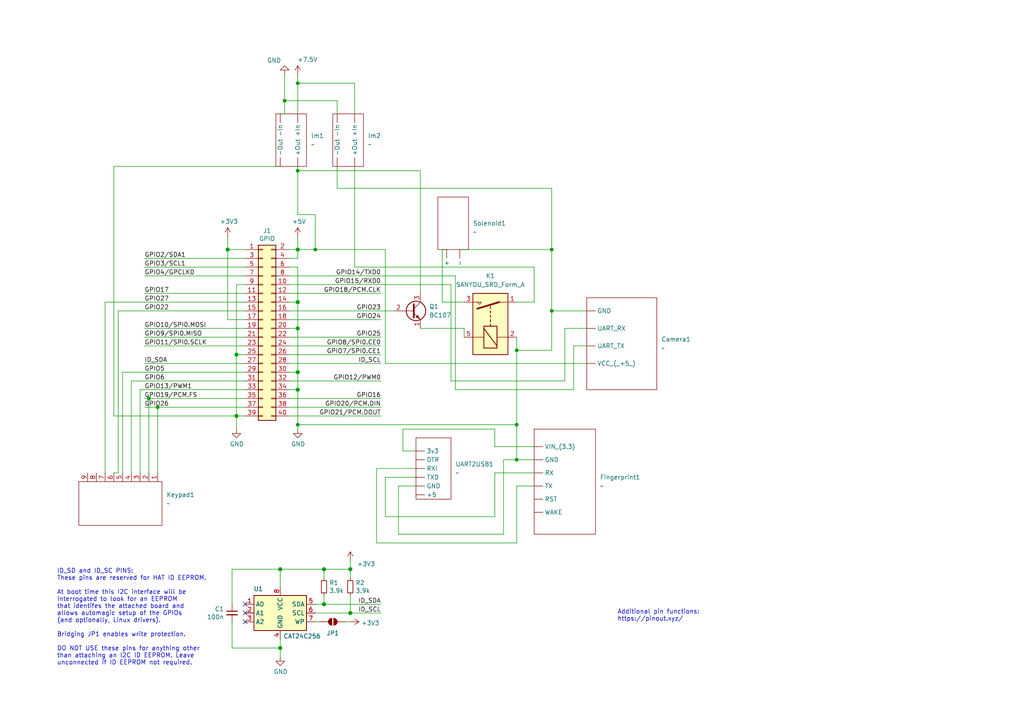
<source format=kicad_sch>
(kicad_sch
	(version 20250114)
	(generator "eeschema")
	(generator_version "9.0")
	(uuid "e63e39d7-6ac0-4ffd-8aa3-1841a4541b55")
	(paper "A4")
	(title_block
		(date "15 nov 2012")
	)
	(lib_symbols
		(symbol "Connector_Generic:Conn_02x20_Odd_Even"
			(pin_names
				(offset 1.016)
				(hide yes)
			)
			(exclude_from_sim no)
			(in_bom yes)
			(on_board yes)
			(property "Reference" "J"
				(at 1.27 25.4 0)
				(effects
					(font
						(size 1.27 1.27)
					)
				)
			)
			(property "Value" "Conn_02x20_Odd_Even"
				(at 1.27 -27.94 0)
				(effects
					(font
						(size 1.27 1.27)
					)
				)
			)
			(property "Footprint" ""
				(at 0 0 0)
				(effects
					(font
						(size 1.27 1.27)
					)
					(hide yes)
				)
			)
			(property "Datasheet" "~"
				(at 0 0 0)
				(effects
					(font
						(size 1.27 1.27)
					)
					(hide yes)
				)
			)
			(property "Description" "Generic connector, double row, 02x20, odd/even pin numbering scheme (row 1 odd numbers, row 2 even numbers), script generated (kicad-library-utils/schlib/autogen/connector/)"
				(at 0 0 0)
				(effects
					(font
						(size 1.27 1.27)
					)
					(hide yes)
				)
			)
			(property "ki_keywords" "connector"
				(at 0 0 0)
				(effects
					(font
						(size 1.27 1.27)
					)
					(hide yes)
				)
			)
			(property "ki_fp_filters" "Connector*:*_2x??_*"
				(at 0 0 0)
				(effects
					(font
						(size 1.27 1.27)
					)
					(hide yes)
				)
			)
			(symbol "Conn_02x20_Odd_Even_1_1"
				(rectangle
					(start -1.27 24.13)
					(end 3.81 -26.67)
					(stroke
						(width 0.254)
						(type default)
					)
					(fill
						(type background)
					)
				)
				(rectangle
					(start -1.27 22.987)
					(end 0 22.733)
					(stroke
						(width 0.1524)
						(type default)
					)
					(fill
						(type none)
					)
				)
				(rectangle
					(start -1.27 20.447)
					(end 0 20.193)
					(stroke
						(width 0.1524)
						(type default)
					)
					(fill
						(type none)
					)
				)
				(rectangle
					(start -1.27 17.907)
					(end 0 17.653)
					(stroke
						(width 0.1524)
						(type default)
					)
					(fill
						(type none)
					)
				)
				(rectangle
					(start -1.27 15.367)
					(end 0 15.113)
					(stroke
						(width 0.1524)
						(type default)
					)
					(fill
						(type none)
					)
				)
				(rectangle
					(start -1.27 12.827)
					(end 0 12.573)
					(stroke
						(width 0.1524)
						(type default)
					)
					(fill
						(type none)
					)
				)
				(rectangle
					(start -1.27 10.287)
					(end 0 10.033)
					(stroke
						(width 0.1524)
						(type default)
					)
					(fill
						(type none)
					)
				)
				(rectangle
					(start -1.27 7.747)
					(end 0 7.493)
					(stroke
						(width 0.1524)
						(type default)
					)
					(fill
						(type none)
					)
				)
				(rectangle
					(start -1.27 5.207)
					(end 0 4.953)
					(stroke
						(width 0.1524)
						(type default)
					)
					(fill
						(type none)
					)
				)
				(rectangle
					(start -1.27 2.667)
					(end 0 2.413)
					(stroke
						(width 0.1524)
						(type default)
					)
					(fill
						(type none)
					)
				)
				(rectangle
					(start -1.27 0.127)
					(end 0 -0.127)
					(stroke
						(width 0.1524)
						(type default)
					)
					(fill
						(type none)
					)
				)
				(rectangle
					(start -1.27 -2.413)
					(end 0 -2.667)
					(stroke
						(width 0.1524)
						(type default)
					)
					(fill
						(type none)
					)
				)
				(rectangle
					(start -1.27 -4.953)
					(end 0 -5.207)
					(stroke
						(width 0.1524)
						(type default)
					)
					(fill
						(type none)
					)
				)
				(rectangle
					(start -1.27 -7.493)
					(end 0 -7.747)
					(stroke
						(width 0.1524)
						(type default)
					)
					(fill
						(type none)
					)
				)
				(rectangle
					(start -1.27 -10.033)
					(end 0 -10.287)
					(stroke
						(width 0.1524)
						(type default)
					)
					(fill
						(type none)
					)
				)
				(rectangle
					(start -1.27 -12.573)
					(end 0 -12.827)
					(stroke
						(width 0.1524)
						(type default)
					)
					(fill
						(type none)
					)
				)
				(rectangle
					(start -1.27 -15.113)
					(end 0 -15.367)
					(stroke
						(width 0.1524)
						(type default)
					)
					(fill
						(type none)
					)
				)
				(rectangle
					(start -1.27 -17.653)
					(end 0 -17.907)
					(stroke
						(width 0.1524)
						(type default)
					)
					(fill
						(type none)
					)
				)
				(rectangle
					(start -1.27 -20.193)
					(end 0 -20.447)
					(stroke
						(width 0.1524)
						(type default)
					)
					(fill
						(type none)
					)
				)
				(rectangle
					(start -1.27 -22.733)
					(end 0 -22.987)
					(stroke
						(width 0.1524)
						(type default)
					)
					(fill
						(type none)
					)
				)
				(rectangle
					(start -1.27 -25.273)
					(end 0 -25.527)
					(stroke
						(width 0.1524)
						(type default)
					)
					(fill
						(type none)
					)
				)
				(rectangle
					(start 3.81 22.987)
					(end 2.54 22.733)
					(stroke
						(width 0.1524)
						(type default)
					)
					(fill
						(type none)
					)
				)
				(rectangle
					(start 3.81 20.447)
					(end 2.54 20.193)
					(stroke
						(width 0.1524)
						(type default)
					)
					(fill
						(type none)
					)
				)
				(rectangle
					(start 3.81 17.907)
					(end 2.54 17.653)
					(stroke
						(width 0.1524)
						(type default)
					)
					(fill
						(type none)
					)
				)
				(rectangle
					(start 3.81 15.367)
					(end 2.54 15.113)
					(stroke
						(width 0.1524)
						(type default)
					)
					(fill
						(type none)
					)
				)
				(rectangle
					(start 3.81 12.827)
					(end 2.54 12.573)
					(stroke
						(width 0.1524)
						(type default)
					)
					(fill
						(type none)
					)
				)
				(rectangle
					(start 3.81 10.287)
					(end 2.54 10.033)
					(stroke
						(width 0.1524)
						(type default)
					)
					(fill
						(type none)
					)
				)
				(rectangle
					(start 3.81 7.747)
					(end 2.54 7.493)
					(stroke
						(width 0.1524)
						(type default)
					)
					(fill
						(type none)
					)
				)
				(rectangle
					(start 3.81 5.207)
					(end 2.54 4.953)
					(stroke
						(width 0.1524)
						(type default)
					)
					(fill
						(type none)
					)
				)
				(rectangle
					(start 3.81 2.667)
					(end 2.54 2.413)
					(stroke
						(width 0.1524)
						(type default)
					)
					(fill
						(type none)
					)
				)
				(rectangle
					(start 3.81 0.127)
					(end 2.54 -0.127)
					(stroke
						(width 0.1524)
						(type default)
					)
					(fill
						(type none)
					)
				)
				(rectangle
					(start 3.81 -2.413)
					(end 2.54 -2.667)
					(stroke
						(width 0.1524)
						(type default)
					)
					(fill
						(type none)
					)
				)
				(rectangle
					(start 3.81 -4.953)
					(end 2.54 -5.207)
					(stroke
						(width 0.1524)
						(type default)
					)
					(fill
						(type none)
					)
				)
				(rectangle
					(start 3.81 -7.493)
					(end 2.54 -7.747)
					(stroke
						(width 0.1524)
						(type default)
					)
					(fill
						(type none)
					)
				)
				(rectangle
					(start 3.81 -10.033)
					(end 2.54 -10.287)
					(stroke
						(width 0.1524)
						(type default)
					)
					(fill
						(type none)
					)
				)
				(rectangle
					(start 3.81 -12.573)
					(end 2.54 -12.827)
					(stroke
						(width 0.1524)
						(type default)
					)
					(fill
						(type none)
					)
				)
				(rectangle
					(start 3.81 -15.113)
					(end 2.54 -15.367)
					(stroke
						(width 0.1524)
						(type default)
					)
					(fill
						(type none)
					)
				)
				(rectangle
					(start 3.81 -17.653)
					(end 2.54 -17.907)
					(stroke
						(width 0.1524)
						(type default)
					)
					(fill
						(type none)
					)
				)
				(rectangle
					(start 3.81 -20.193)
					(end 2.54 -20.447)
					(stroke
						(width 0.1524)
						(type default)
					)
					(fill
						(type none)
					)
				)
				(rectangle
					(start 3.81 -22.733)
					(end 2.54 -22.987)
					(stroke
						(width 0.1524)
						(type default)
					)
					(fill
						(type none)
					)
				)
				(rectangle
					(start 3.81 -25.273)
					(end 2.54 -25.527)
					(stroke
						(width 0.1524)
						(type default)
					)
					(fill
						(type none)
					)
				)
				(pin passive line
					(at -5.08 22.86 0)
					(length 3.81)
					(name "Pin_1"
						(effects
							(font
								(size 1.27 1.27)
							)
						)
					)
					(number "1"
						(effects
							(font
								(size 1.27 1.27)
							)
						)
					)
				)
				(pin passive line
					(at -5.08 20.32 0)
					(length 3.81)
					(name "Pin_3"
						(effects
							(font
								(size 1.27 1.27)
							)
						)
					)
					(number "3"
						(effects
							(font
								(size 1.27 1.27)
							)
						)
					)
				)
				(pin passive line
					(at -5.08 17.78 0)
					(length 3.81)
					(name "Pin_5"
						(effects
							(font
								(size 1.27 1.27)
							)
						)
					)
					(number "5"
						(effects
							(font
								(size 1.27 1.27)
							)
						)
					)
				)
				(pin passive line
					(at -5.08 15.24 0)
					(length 3.81)
					(name "Pin_7"
						(effects
							(font
								(size 1.27 1.27)
							)
						)
					)
					(number "7"
						(effects
							(font
								(size 1.27 1.27)
							)
						)
					)
				)
				(pin passive line
					(at -5.08 12.7 0)
					(length 3.81)
					(name "Pin_9"
						(effects
							(font
								(size 1.27 1.27)
							)
						)
					)
					(number "9"
						(effects
							(font
								(size 1.27 1.27)
							)
						)
					)
				)
				(pin passive line
					(at -5.08 10.16 0)
					(length 3.81)
					(name "Pin_11"
						(effects
							(font
								(size 1.27 1.27)
							)
						)
					)
					(number "11"
						(effects
							(font
								(size 1.27 1.27)
							)
						)
					)
				)
				(pin passive line
					(at -5.08 7.62 0)
					(length 3.81)
					(name "Pin_13"
						(effects
							(font
								(size 1.27 1.27)
							)
						)
					)
					(number "13"
						(effects
							(font
								(size 1.27 1.27)
							)
						)
					)
				)
				(pin passive line
					(at -5.08 5.08 0)
					(length 3.81)
					(name "Pin_15"
						(effects
							(font
								(size 1.27 1.27)
							)
						)
					)
					(number "15"
						(effects
							(font
								(size 1.27 1.27)
							)
						)
					)
				)
				(pin passive line
					(at -5.08 2.54 0)
					(length 3.81)
					(name "Pin_17"
						(effects
							(font
								(size 1.27 1.27)
							)
						)
					)
					(number "17"
						(effects
							(font
								(size 1.27 1.27)
							)
						)
					)
				)
				(pin passive line
					(at -5.08 0 0)
					(length 3.81)
					(name "Pin_19"
						(effects
							(font
								(size 1.27 1.27)
							)
						)
					)
					(number "19"
						(effects
							(font
								(size 1.27 1.27)
							)
						)
					)
				)
				(pin passive line
					(at -5.08 -2.54 0)
					(length 3.81)
					(name "Pin_21"
						(effects
							(font
								(size 1.27 1.27)
							)
						)
					)
					(number "21"
						(effects
							(font
								(size 1.27 1.27)
							)
						)
					)
				)
				(pin passive line
					(at -5.08 -5.08 0)
					(length 3.81)
					(name "Pin_23"
						(effects
							(font
								(size 1.27 1.27)
							)
						)
					)
					(number "23"
						(effects
							(font
								(size 1.27 1.27)
							)
						)
					)
				)
				(pin passive line
					(at -5.08 -7.62 0)
					(length 3.81)
					(name "Pin_25"
						(effects
							(font
								(size 1.27 1.27)
							)
						)
					)
					(number "25"
						(effects
							(font
								(size 1.27 1.27)
							)
						)
					)
				)
				(pin passive line
					(at -5.08 -10.16 0)
					(length 3.81)
					(name "Pin_27"
						(effects
							(font
								(size 1.27 1.27)
							)
						)
					)
					(number "27"
						(effects
							(font
								(size 1.27 1.27)
							)
						)
					)
				)
				(pin passive line
					(at -5.08 -12.7 0)
					(length 3.81)
					(name "Pin_29"
						(effects
							(font
								(size 1.27 1.27)
							)
						)
					)
					(number "29"
						(effects
							(font
								(size 1.27 1.27)
							)
						)
					)
				)
				(pin passive line
					(at -5.08 -15.24 0)
					(length 3.81)
					(name "Pin_31"
						(effects
							(font
								(size 1.27 1.27)
							)
						)
					)
					(number "31"
						(effects
							(font
								(size 1.27 1.27)
							)
						)
					)
				)
				(pin passive line
					(at -5.08 -17.78 0)
					(length 3.81)
					(name "Pin_33"
						(effects
							(font
								(size 1.27 1.27)
							)
						)
					)
					(number "33"
						(effects
							(font
								(size 1.27 1.27)
							)
						)
					)
				)
				(pin passive line
					(at -5.08 -20.32 0)
					(length 3.81)
					(name "Pin_35"
						(effects
							(font
								(size 1.27 1.27)
							)
						)
					)
					(number "35"
						(effects
							(font
								(size 1.27 1.27)
							)
						)
					)
				)
				(pin passive line
					(at -5.08 -22.86 0)
					(length 3.81)
					(name "Pin_37"
						(effects
							(font
								(size 1.27 1.27)
							)
						)
					)
					(number "37"
						(effects
							(font
								(size 1.27 1.27)
							)
						)
					)
				)
				(pin passive line
					(at -5.08 -25.4 0)
					(length 3.81)
					(name "Pin_39"
						(effects
							(font
								(size 1.27 1.27)
							)
						)
					)
					(number "39"
						(effects
							(font
								(size 1.27 1.27)
							)
						)
					)
				)
				(pin passive line
					(at 7.62 22.86 180)
					(length 3.81)
					(name "Pin_2"
						(effects
							(font
								(size 1.27 1.27)
							)
						)
					)
					(number "2"
						(effects
							(font
								(size 1.27 1.27)
							)
						)
					)
				)
				(pin passive line
					(at 7.62 20.32 180)
					(length 3.81)
					(name "Pin_4"
						(effects
							(font
								(size 1.27 1.27)
							)
						)
					)
					(number "4"
						(effects
							(font
								(size 1.27 1.27)
							)
						)
					)
				)
				(pin passive line
					(at 7.62 17.78 180)
					(length 3.81)
					(name "Pin_6"
						(effects
							(font
								(size 1.27 1.27)
							)
						)
					)
					(number "6"
						(effects
							(font
								(size 1.27 1.27)
							)
						)
					)
				)
				(pin passive line
					(at 7.62 15.24 180)
					(length 3.81)
					(name "Pin_8"
						(effects
							(font
								(size 1.27 1.27)
							)
						)
					)
					(number "8"
						(effects
							(font
								(size 1.27 1.27)
							)
						)
					)
				)
				(pin passive line
					(at 7.62 12.7 180)
					(length 3.81)
					(name "Pin_10"
						(effects
							(font
								(size 1.27 1.27)
							)
						)
					)
					(number "10"
						(effects
							(font
								(size 1.27 1.27)
							)
						)
					)
				)
				(pin passive line
					(at 7.62 10.16 180)
					(length 3.81)
					(name "Pin_12"
						(effects
							(font
								(size 1.27 1.27)
							)
						)
					)
					(number "12"
						(effects
							(font
								(size 1.27 1.27)
							)
						)
					)
				)
				(pin passive line
					(at 7.62 7.62 180)
					(length 3.81)
					(name "Pin_14"
						(effects
							(font
								(size 1.27 1.27)
							)
						)
					)
					(number "14"
						(effects
							(font
								(size 1.27 1.27)
							)
						)
					)
				)
				(pin passive line
					(at 7.62 5.08 180)
					(length 3.81)
					(name "Pin_16"
						(effects
							(font
								(size 1.27 1.27)
							)
						)
					)
					(number "16"
						(effects
							(font
								(size 1.27 1.27)
							)
						)
					)
				)
				(pin passive line
					(at 7.62 2.54 180)
					(length 3.81)
					(name "Pin_18"
						(effects
							(font
								(size 1.27 1.27)
							)
						)
					)
					(number "18"
						(effects
							(font
								(size 1.27 1.27)
							)
						)
					)
				)
				(pin passive line
					(at 7.62 0 180)
					(length 3.81)
					(name "Pin_20"
						(effects
							(font
								(size 1.27 1.27)
							)
						)
					)
					(number "20"
						(effects
							(font
								(size 1.27 1.27)
							)
						)
					)
				)
				(pin passive line
					(at 7.62 -2.54 180)
					(length 3.81)
					(name "Pin_22"
						(effects
							(font
								(size 1.27 1.27)
							)
						)
					)
					(number "22"
						(effects
							(font
								(size 1.27 1.27)
							)
						)
					)
				)
				(pin passive line
					(at 7.62 -5.08 180)
					(length 3.81)
					(name "Pin_24"
						(effects
							(font
								(size 1.27 1.27)
							)
						)
					)
					(number "24"
						(effects
							(font
								(size 1.27 1.27)
							)
						)
					)
				)
				(pin passive line
					(at 7.62 -7.62 180)
					(length 3.81)
					(name "Pin_26"
						(effects
							(font
								(size 1.27 1.27)
							)
						)
					)
					(number "26"
						(effects
							(font
								(size 1.27 1.27)
							)
						)
					)
				)
				(pin passive line
					(at 7.62 -10.16 180)
					(length 3.81)
					(name "Pin_28"
						(effects
							(font
								(size 1.27 1.27)
							)
						)
					)
					(number "28"
						(effects
							(font
								(size 1.27 1.27)
							)
						)
					)
				)
				(pin passive line
					(at 7.62 -12.7 180)
					(length 3.81)
					(name "Pin_30"
						(effects
							(font
								(size 1.27 1.27)
							)
						)
					)
					(number "30"
						(effects
							(font
								(size 1.27 1.27)
							)
						)
					)
				)
				(pin passive line
					(at 7.62 -15.24 180)
					(length 3.81)
					(name "Pin_32"
						(effects
							(font
								(size 1.27 1.27)
							)
						)
					)
					(number "32"
						(effects
							(font
								(size 1.27 1.27)
							)
						)
					)
				)
				(pin passive line
					(at 7.62 -17.78 180)
					(length 3.81)
					(name "Pin_34"
						(effects
							(font
								(size 1.27 1.27)
							)
						)
					)
					(number "34"
						(effects
							(font
								(size 1.27 1.27)
							)
						)
					)
				)
				(pin passive line
					(at 7.62 -20.32 180)
					(length 3.81)
					(name "Pin_36"
						(effects
							(font
								(size 1.27 1.27)
							)
						)
					)
					(number "36"
						(effects
							(font
								(size 1.27 1.27)
							)
						)
					)
				)
				(pin passive line
					(at 7.62 -22.86 180)
					(length 3.81)
					(name "Pin_38"
						(effects
							(font
								(size 1.27 1.27)
							)
						)
					)
					(number "38"
						(effects
							(font
								(size 1.27 1.27)
							)
						)
					)
				)
				(pin passive line
					(at 7.62 -25.4 180)
					(length 3.81)
					(name "Pin_40"
						(effects
							(font
								(size 1.27 1.27)
							)
						)
					)
					(number "40"
						(effects
							(font
								(size 1.27 1.27)
							)
						)
					)
				)
			)
			(embedded_fonts no)
		)
		(symbol "Device:C_Small"
			(pin_numbers
				(hide yes)
			)
			(pin_names
				(offset 0.254)
				(hide yes)
			)
			(exclude_from_sim no)
			(in_bom yes)
			(on_board yes)
			(property "Reference" "C"
				(at 0.254 1.778 0)
				(effects
					(font
						(size 1.27 1.27)
					)
					(justify left)
				)
			)
			(property "Value" "C_Small"
				(at 0.254 -2.032 0)
				(effects
					(font
						(size 1.27 1.27)
					)
					(justify left)
				)
			)
			(property "Footprint" ""
				(at 0 0 0)
				(effects
					(font
						(size 1.27 1.27)
					)
					(hide yes)
				)
			)
			(property "Datasheet" "~"
				(at 0 0 0)
				(effects
					(font
						(size 1.27 1.27)
					)
					(hide yes)
				)
			)
			(property "Description" "Unpolarized capacitor, small symbol"
				(at 0 0 0)
				(effects
					(font
						(size 1.27 1.27)
					)
					(hide yes)
				)
			)
			(property "ki_keywords" "capacitor cap"
				(at 0 0 0)
				(effects
					(font
						(size 1.27 1.27)
					)
					(hide yes)
				)
			)
			(property "ki_fp_filters" "C_*"
				(at 0 0 0)
				(effects
					(font
						(size 1.27 1.27)
					)
					(hide yes)
				)
			)
			(symbol "C_Small_0_1"
				(polyline
					(pts
						(xy -1.524 0.508) (xy 1.524 0.508)
					)
					(stroke
						(width 0.3048)
						(type default)
					)
					(fill
						(type none)
					)
				)
				(polyline
					(pts
						(xy -1.524 -0.508) (xy 1.524 -0.508)
					)
					(stroke
						(width 0.3302)
						(type default)
					)
					(fill
						(type none)
					)
				)
			)
			(symbol "C_Small_1_1"
				(pin passive line
					(at 0 2.54 270)
					(length 2.032)
					(name "~"
						(effects
							(font
								(size 1.27 1.27)
							)
						)
					)
					(number "1"
						(effects
							(font
								(size 1.27 1.27)
							)
						)
					)
				)
				(pin passive line
					(at 0 -2.54 90)
					(length 2.032)
					(name "~"
						(effects
							(font
								(size 1.27 1.27)
							)
						)
					)
					(number "2"
						(effects
							(font
								(size 1.27 1.27)
							)
						)
					)
				)
			)
			(embedded_fonts no)
		)
		(symbol "Device:R_Small"
			(pin_numbers
				(hide yes)
			)
			(pin_names
				(offset 0.254)
				(hide yes)
			)
			(exclude_from_sim no)
			(in_bom yes)
			(on_board yes)
			(property "Reference" "R"
				(at 0.762 0.508 0)
				(effects
					(font
						(size 1.27 1.27)
					)
					(justify left)
				)
			)
			(property "Value" "R_Small"
				(at 0.762 -1.016 0)
				(effects
					(font
						(size 1.27 1.27)
					)
					(justify left)
				)
			)
			(property "Footprint" ""
				(at 0 0 0)
				(effects
					(font
						(size 1.27 1.27)
					)
					(hide yes)
				)
			)
			(property "Datasheet" "~"
				(at 0 0 0)
				(effects
					(font
						(size 1.27 1.27)
					)
					(hide yes)
				)
			)
			(property "Description" "Resistor, small symbol"
				(at 0 0 0)
				(effects
					(font
						(size 1.27 1.27)
					)
					(hide yes)
				)
			)
			(property "ki_keywords" "R resistor"
				(at 0 0 0)
				(effects
					(font
						(size 1.27 1.27)
					)
					(hide yes)
				)
			)
			(property "ki_fp_filters" "R_*"
				(at 0 0 0)
				(effects
					(font
						(size 1.27 1.27)
					)
					(hide yes)
				)
			)
			(symbol "R_Small_0_1"
				(rectangle
					(start -0.762 1.778)
					(end 0.762 -1.778)
					(stroke
						(width 0.2032)
						(type default)
					)
					(fill
						(type none)
					)
				)
			)
			(symbol "R_Small_1_1"
				(pin passive line
					(at 0 2.54 270)
					(length 0.762)
					(name "~"
						(effects
							(font
								(size 1.27 1.27)
							)
						)
					)
					(number "1"
						(effects
							(font
								(size 1.27 1.27)
							)
						)
					)
				)
				(pin passive line
					(at 0 -2.54 90)
					(length 0.762)
					(name "~"
						(effects
							(font
								(size 1.27 1.27)
							)
						)
					)
					(number "2"
						(effects
							(font
								(size 1.27 1.27)
							)
						)
					)
				)
			)
			(embedded_fonts no)
		)
		(symbol "Jumper:SolderJumper_2_Open"
			(pin_numbers
				(hide yes)
			)
			(pin_names
				(offset 0)
				(hide yes)
			)
			(exclude_from_sim yes)
			(in_bom no)
			(on_board yes)
			(property "Reference" "JP"
				(at 0 2.032 0)
				(effects
					(font
						(size 1.27 1.27)
					)
				)
			)
			(property "Value" "SolderJumper_2_Open"
				(at 0 -2.54 0)
				(effects
					(font
						(size 1.27 1.27)
					)
				)
			)
			(property "Footprint" ""
				(at 0 0 0)
				(effects
					(font
						(size 1.27 1.27)
					)
					(hide yes)
				)
			)
			(property "Datasheet" "~"
				(at 0 0 0)
				(effects
					(font
						(size 1.27 1.27)
					)
					(hide yes)
				)
			)
			(property "Description" "Solder Jumper, 2-pole, open"
				(at 0 0 0)
				(effects
					(font
						(size 1.27 1.27)
					)
					(hide yes)
				)
			)
			(property "ki_keywords" "solder jumper SPST"
				(at 0 0 0)
				(effects
					(font
						(size 1.27 1.27)
					)
					(hide yes)
				)
			)
			(property "ki_fp_filters" "SolderJumper*Open*"
				(at 0 0 0)
				(effects
					(font
						(size 1.27 1.27)
					)
					(hide yes)
				)
			)
			(symbol "SolderJumper_2_Open_0_1"
				(polyline
					(pts
						(xy -0.254 1.016) (xy -0.254 -1.016)
					)
					(stroke
						(width 0)
						(type default)
					)
					(fill
						(type none)
					)
				)
				(arc
					(start -0.254 -1.016)
					(mid -1.2656 0)
					(end -0.254 1.016)
					(stroke
						(width 0)
						(type default)
					)
					(fill
						(type none)
					)
				)
				(arc
					(start -0.254 -1.016)
					(mid -1.2656 0)
					(end -0.254 1.016)
					(stroke
						(width 0)
						(type default)
					)
					(fill
						(type outline)
					)
				)
				(arc
					(start 0.254 1.016)
					(mid 1.2656 0)
					(end 0.254 -1.016)
					(stroke
						(width 0)
						(type default)
					)
					(fill
						(type none)
					)
				)
				(arc
					(start 0.254 1.016)
					(mid 1.2656 0)
					(end 0.254 -1.016)
					(stroke
						(width 0)
						(type default)
					)
					(fill
						(type outline)
					)
				)
				(polyline
					(pts
						(xy 0.254 1.016) (xy 0.254 -1.016)
					)
					(stroke
						(width 0)
						(type default)
					)
					(fill
						(type none)
					)
				)
			)
			(symbol "SolderJumper_2_Open_1_1"
				(pin passive line
					(at -3.81 0 0)
					(length 2.54)
					(name "A"
						(effects
							(font
								(size 1.27 1.27)
							)
						)
					)
					(number "1"
						(effects
							(font
								(size 1.27 1.27)
							)
						)
					)
				)
				(pin passive line
					(at 3.81 0 180)
					(length 2.54)
					(name "B"
						(effects
							(font
								(size 1.27 1.27)
							)
						)
					)
					(number "2"
						(effects
							(font
								(size 1.27 1.27)
							)
						)
					)
				)
			)
			(embedded_fonts no)
		)
		(symbol "LM2596_1"
			(exclude_from_sim no)
			(in_bom yes)
			(on_board yes)
			(property "Reference" "lm2596"
				(at 7.874 -6.096 0)
				(effects
					(font
						(size 1.27 1.27)
					)
				)
			)
			(property "Value" ""
				(at 0 0 0)
				(effects
					(font
						(size 1.27 1.27)
					)
				)
			)
			(property "Footprint" ""
				(at 0 0 0)
				(effects
					(font
						(size 1.27 1.27)
					)
					(hide yes)
				)
			)
			(property "Datasheet" ""
				(at 0 0 0)
				(effects
					(font
						(size 1.27 1.27)
					)
					(hide yes)
				)
			)
			(property "Description" ""
				(at 0 0 0)
				(effects
					(font
						(size 1.27 1.27)
					)
					(hide yes)
				)
			)
			(symbol "LM2596_1_0_1"
				(rectangle
					(start 0 -1.27)
					(end 15.24 -10.16)
					(stroke
						(width 0)
						(type default)
					)
					(fill
						(type none)
					)
				)
			)
			(symbol "LM2596_1_1_1"
				(pin input line
					(at 0 -3.81 0)
					(length 2.54)
					(name "+In"
						(effects
							(font
								(size 1.27 1.27)
							)
						)
					)
					(number ""
						(effects
							(font
								(size 1.27 1.27)
							)
						)
					)
				)
				(pin input line
					(at 0 -8.89 0)
					(length 2.54)
					(name "-In"
						(effects
							(font
								(size 1.27 1.27)
							)
						)
					)
					(number ""
						(effects
							(font
								(size 1.27 1.27)
							)
						)
					)
				)
				(pin output line
					(at 15.24 -3.81 180)
					(length 2.54)
					(name "+Out"
						(effects
							(font
								(size 1.27 1.27)
							)
						)
					)
					(number ""
						(effects
							(font
								(size 1.27 1.27)
							)
						)
					)
				)
				(pin output line
					(at 15.24 -8.89 180)
					(length 2.54)
					(name "-Out"
						(effects
							(font
								(size 1.27 1.27)
							)
						)
					)
					(number ""
						(effects
							(font
								(size 1.27 1.27)
							)
						)
					)
				)
			)
			(embedded_fonts no)
		)
		(symbol "Memory_EEPROM:CAT24C256"
			(exclude_from_sim no)
			(in_bom yes)
			(on_board yes)
			(property "Reference" "U"
				(at -6.35 6.35 0)
				(effects
					(font
						(size 1.27 1.27)
					)
				)
			)
			(property "Value" "CAT24C256"
				(at 1.27 6.35 0)
				(effects
					(font
						(size 1.27 1.27)
					)
					(justify left)
				)
			)
			(property "Footprint" ""
				(at 0 0 0)
				(effects
					(font
						(size 1.27 1.27)
					)
					(hide yes)
				)
			)
			(property "Datasheet" "https://www.onsemi.cn/PowerSolutions/document/CAT24C256-D.PDF"
				(at 0 0 0)
				(effects
					(font
						(size 1.27 1.27)
					)
					(hide yes)
				)
			)
			(property "Description" "256 kb CMOS Serial EEPROM, DIP-8/SOIC-8/TSSOP-8/DFN-8"
				(at 0 0 0)
				(effects
					(font
						(size 1.27 1.27)
					)
					(hide yes)
				)
			)
			(property "ki_keywords" "I2C EEPROM Serial 256kb"
				(at 0 0 0)
				(effects
					(font
						(size 1.27 1.27)
					)
					(hide yes)
				)
			)
			(property "ki_fp_filters" "DIP*W7.62mm* SOIC*3.9x4.9mm* TSSOP*4.4x3mm*P0.65mm* DFN*3x2mm*P0.5mm*"
				(at 0 0 0)
				(effects
					(font
						(size 1.27 1.27)
					)
					(hide yes)
				)
			)
			(symbol "CAT24C256_1_1"
				(rectangle
					(start -7.62 5.08)
					(end 7.62 -5.08)
					(stroke
						(width 0.254)
						(type default)
					)
					(fill
						(type background)
					)
				)
				(pin input line
					(at -10.16 2.54 0)
					(length 2.54)
					(name "A0"
						(effects
							(font
								(size 1.27 1.27)
							)
						)
					)
					(number "1"
						(effects
							(font
								(size 1.27 1.27)
							)
						)
					)
				)
				(pin input line
					(at -10.16 0 0)
					(length 2.54)
					(name "A1"
						(effects
							(font
								(size 1.27 1.27)
							)
						)
					)
					(number "2"
						(effects
							(font
								(size 1.27 1.27)
							)
						)
					)
				)
				(pin input line
					(at -10.16 -2.54 0)
					(length 2.54)
					(name "A2"
						(effects
							(font
								(size 1.27 1.27)
							)
						)
					)
					(number "3"
						(effects
							(font
								(size 1.27 1.27)
							)
						)
					)
				)
				(pin power_in line
					(at 0 7.62 270)
					(length 2.54)
					(name "VCC"
						(effects
							(font
								(size 1.27 1.27)
							)
						)
					)
					(number "8"
						(effects
							(font
								(size 1.27 1.27)
							)
						)
					)
				)
				(pin power_in line
					(at 0 -7.62 90)
					(length 2.54)
					(name "GND"
						(effects
							(font
								(size 1.27 1.27)
							)
						)
					)
					(number "4"
						(effects
							(font
								(size 1.27 1.27)
							)
						)
					)
				)
				(pin bidirectional line
					(at 10.16 2.54 180)
					(length 2.54)
					(name "SDA"
						(effects
							(font
								(size 1.27 1.27)
							)
						)
					)
					(number "5"
						(effects
							(font
								(size 1.27 1.27)
							)
						)
					)
				)
				(pin input line
					(at 10.16 0 180)
					(length 2.54)
					(name "SCL"
						(effects
							(font
								(size 1.27 1.27)
							)
						)
					)
					(number "6"
						(effects
							(font
								(size 1.27 1.27)
							)
						)
					)
				)
				(pin input line
					(at 10.16 -2.54 180)
					(length 2.54)
					(name "WP"
						(effects
							(font
								(size 1.27 1.27)
							)
						)
					)
					(number "7"
						(effects
							(font
								(size 1.27 1.27)
							)
						)
					)
				)
			)
			(embedded_fonts no)
		)
		(symbol "Relay:SANYOU_SRD_Form_A"
			(exclude_from_sim no)
			(in_bom yes)
			(on_board yes)
			(property "Reference" "K"
				(at 8.89 3.81 0)
				(effects
					(font
						(size 1.27 1.27)
					)
					(justify left)
				)
			)
			(property "Value" "SANYOU_SRD_Form_A"
				(at 8.89 1.27 0)
				(effects
					(font
						(size 1.27 1.27)
					)
					(justify left)
				)
			)
			(property "Footprint" "Relay_THT:Relay_SPST_SANYOU_SRD_Series_Form_A"
				(at 8.89 -1.27 0)
				(effects
					(font
						(size 1.27 1.27)
					)
					(justify left)
					(hide yes)
				)
			)
			(property "Datasheet" "http://www.sanyourelay.ca/public/products/pdf/SRD.pdf"
				(at 0 0 0)
				(effects
					(font
						(size 1.27 1.27)
					)
					(hide yes)
				)
			)
			(property "Description" "Sanyo SRD relay, Single Pole Miniature Power Relay, Closing Contact"
				(at 0 0 0)
				(effects
					(font
						(size 1.27 1.27)
					)
					(hide yes)
				)
			)
			(property "ki_keywords" "Single Pole Relay SPST"
				(at 0 0 0)
				(effects
					(font
						(size 1.27 1.27)
					)
					(hide yes)
				)
			)
			(property "ki_fp_filters" "Relay*SPST*SANYOU*SRD*Series*Form*A*"
				(at 0 0 0)
				(effects
					(font
						(size 1.27 1.27)
					)
					(hide yes)
				)
			)
			(symbol "SANYOU_SRD_Form_A_0_0"
				(polyline
					(pts
						(xy 5.08 5.08) (xy 5.08 2.54) (xy 4.445 3.175) (xy 5.08 3.81)
					)
					(stroke
						(width 0)
						(type default)
					)
					(fill
						(type none)
					)
				)
			)
			(symbol "SANYOU_SRD_Form_A_0_1"
				(rectangle
					(start -10.16 5.08)
					(end 7.62 -5.08)
					(stroke
						(width 0.254)
						(type default)
					)
					(fill
						(type background)
					)
				)
				(rectangle
					(start -8.255 1.905)
					(end -1.905 -1.905)
					(stroke
						(width 0.254)
						(type default)
					)
					(fill
						(type none)
					)
				)
				(polyline
					(pts
						(xy -7.62 -1.905) (xy -2.54 1.905)
					)
					(stroke
						(width 0.254)
						(type default)
					)
					(fill
						(type none)
					)
				)
				(polyline
					(pts
						(xy -5.08 5.08) (xy -5.08 1.905)
					)
					(stroke
						(width 0)
						(type default)
					)
					(fill
						(type none)
					)
				)
				(polyline
					(pts
						(xy -5.08 -5.08) (xy -5.08 -1.905)
					)
					(stroke
						(width 0)
						(type default)
					)
					(fill
						(type none)
					)
				)
				(polyline
					(pts
						(xy -1.905 0) (xy -1.27 0)
					)
					(stroke
						(width 0.254)
						(type default)
					)
					(fill
						(type none)
					)
				)
				(polyline
					(pts
						(xy -0.635 0) (xy 0 0)
					)
					(stroke
						(width 0.254)
						(type default)
					)
					(fill
						(type none)
					)
				)
				(polyline
					(pts
						(xy 0.635 0) (xy 1.27 0)
					)
					(stroke
						(width 0.254)
						(type default)
					)
					(fill
						(type none)
					)
				)
				(polyline
					(pts
						(xy 1.905 0) (xy 2.54 0)
					)
					(stroke
						(width 0.254)
						(type default)
					)
					(fill
						(type none)
					)
				)
				(polyline
					(pts
						(xy 3.175 0) (xy 3.81 0)
					)
					(stroke
						(width 0.254)
						(type default)
					)
					(fill
						(type none)
					)
				)
				(polyline
					(pts
						(xy 5.08 -2.54) (xy 3.175 3.81)
					)
					(stroke
						(width 0.508)
						(type default)
					)
					(fill
						(type none)
					)
				)
				(polyline
					(pts
						(xy 5.08 -2.54) (xy 5.08 -5.08)
					)
					(stroke
						(width 0)
						(type default)
					)
					(fill
						(type none)
					)
				)
			)
			(symbol "SANYOU_SRD_Form_A_1_1"
				(pin passive line
					(at -5.08 7.62 270)
					(length 2.54)
					(name "~"
						(effects
							(font
								(size 1.27 1.27)
							)
						)
					)
					(number "5"
						(effects
							(font
								(size 1.27 1.27)
							)
						)
					)
				)
				(pin passive line
					(at -5.08 -7.62 90)
					(length 2.54)
					(name "~"
						(effects
							(font
								(size 1.27 1.27)
							)
						)
					)
					(number "2"
						(effects
							(font
								(size 1.27 1.27)
							)
						)
					)
				)
				(pin passive line
					(at 5.08 7.62 270)
					(length 2.54)
					(name "~"
						(effects
							(font
								(size 1.27 1.27)
							)
						)
					)
					(number "3"
						(effects
							(font
								(size 1.27 1.27)
							)
						)
					)
				)
				(pin passive line
					(at 5.08 -7.62 90)
					(length 2.54)
					(name "~"
						(effects
							(font
								(size 1.27 1.27)
							)
						)
					)
					(number "1"
						(effects
							(font
								(size 1.27 1.27)
							)
						)
					)
				)
			)
			(embedded_fonts no)
		)
		(symbol "Transistor_BJT:BC107"
			(pin_names
				(offset 0)
				(hide yes)
			)
			(exclude_from_sim no)
			(in_bom yes)
			(on_board yes)
			(property "Reference" "Q"
				(at 5.08 1.905 0)
				(effects
					(font
						(size 1.27 1.27)
					)
					(justify left)
				)
			)
			(property "Value" "BC107"
				(at 5.08 0 0)
				(effects
					(font
						(size 1.27 1.27)
					)
					(justify left)
				)
			)
			(property "Footprint" "Package_TO_SOT_THT:TO-18-3"
				(at 5.08 -1.905 0)
				(effects
					(font
						(size 1.27 1.27)
						(italic yes)
					)
					(justify left)
					(hide yes)
				)
			)
			(property "Datasheet" "http://www.b-kainka.de/Daten/Transistor/BC108.pdf"
				(at 0 0 0)
				(effects
					(font
						(size 1.27 1.27)
					)
					(justify left)
					(hide yes)
				)
			)
			(property "Description" "0.1A Ic, 50V Vce, Low Noise General Purpose NPN Transistor, TO-18"
				(at 0 0 0)
				(effects
					(font
						(size 1.27 1.27)
					)
					(hide yes)
				)
			)
			(property "Sim.Device" "NPN"
				(at 0 0 0)
				(effects
					(font
						(size 1.27 1.27)
					)
					(hide yes)
				)
			)
			(property "Sim.Pins" "1=E 2=B 3=C"
				(at 0 0 0)
				(effects
					(font
						(size 1.27 1.27)
					)
					(hide yes)
				)
			)
			(property "ki_keywords" "NPN low noise transistor"
				(at 0 0 0)
				(effects
					(font
						(size 1.27 1.27)
					)
					(hide yes)
				)
			)
			(property "ki_fp_filters" "TO?18*"
				(at 0 0 0)
				(effects
					(font
						(size 1.27 1.27)
					)
					(hide yes)
				)
			)
			(symbol "BC107_0_1"
				(polyline
					(pts
						(xy -2.54 0) (xy 0.635 0)
					)
					(stroke
						(width 0)
						(type default)
					)
					(fill
						(type none)
					)
				)
				(polyline
					(pts
						(xy 0.635 1.905) (xy 0.635 -1.905)
					)
					(stroke
						(width 0.508)
						(type default)
					)
					(fill
						(type none)
					)
				)
				(circle
					(center 1.27 0)
					(radius 2.8194)
					(stroke
						(width 0.254)
						(type default)
					)
					(fill
						(type none)
					)
				)
			)
			(symbol "BC107_1_1"
				(polyline
					(pts
						(xy 0.635 0.635) (xy 2.54 2.54)
					)
					(stroke
						(width 0)
						(type default)
					)
					(fill
						(type none)
					)
				)
				(polyline
					(pts
						(xy 0.635 -0.635) (xy 2.54 -2.54)
					)
					(stroke
						(width 0)
						(type default)
					)
					(fill
						(type none)
					)
				)
				(polyline
					(pts
						(xy 1.27 -1.778) (xy 1.778 -1.27) (xy 2.286 -2.286) (xy 1.27 -1.778)
					)
					(stroke
						(width 0)
						(type default)
					)
					(fill
						(type outline)
					)
				)
				(pin input line
					(at -5.08 0 0)
					(length 2.54)
					(name "B"
						(effects
							(font
								(size 1.27 1.27)
							)
						)
					)
					(number "2"
						(effects
							(font
								(size 1.27 1.27)
							)
						)
					)
				)
				(pin passive line
					(at 2.54 5.08 270)
					(length 2.54)
					(name "C"
						(effects
							(font
								(size 1.27 1.27)
							)
						)
					)
					(number "3"
						(effects
							(font
								(size 1.27 1.27)
							)
						)
					)
				)
				(pin passive line
					(at 2.54 -5.08 90)
					(length 2.54)
					(name "E"
						(effects
							(font
								(size 1.27 1.27)
							)
						)
					)
					(number "1"
						(effects
							(font
								(size 1.27 1.27)
							)
						)
					)
				)
			)
			(embedded_fonts no)
		)
		(symbol "Voltage Boosters:CP2102"
			(exclude_from_sim no)
			(in_bom yes)
			(on_board yes)
			(property "Reference" "UART2USB"
				(at 0 0 0)
				(effects
					(font
						(size 1.27 1.27)
					)
				)
			)
			(property "Value" ""
				(at 0 0 0)
				(effects
					(font
						(size 1.27 1.27)
					)
				)
			)
			(property "Footprint" ""
				(at 0 0 0)
				(effects
					(font
						(size 1.27 1.27)
					)
					(hide yes)
				)
			)
			(property "Datasheet" ""
				(at 0 0 0)
				(effects
					(font
						(size 1.27 1.27)
					)
					(hide yes)
				)
			)
			(property "Description" ""
				(at 0 0 0)
				(effects
					(font
						(size 1.27 1.27)
					)
					(hide yes)
				)
			)
			(symbol "CP2102_0_1"
				(rectangle
					(start -5.08 1.27)
					(end 5.08 -16.51)
					(stroke
						(width 0)
						(type default)
					)
					(fill
						(type none)
					)
				)
			)
			(symbol "CP2102_1_1"
				(pin input line
					(at -5.08 -2.54 0)
					(length 2.54)
					(name "3v3"
						(effects
							(font
								(size 1.27 1.27)
							)
						)
					)
					(number ""
						(effects
							(font
								(size 1.27 1.27)
							)
						)
					)
				)
				(pin input line
					(at -5.08 -5.08 0)
					(length 2.54)
					(name "DTR"
						(effects
							(font
								(size 1.27 1.27)
							)
						)
					)
					(number ""
						(effects
							(font
								(size 1.27 1.27)
							)
						)
					)
				)
				(pin input line
					(at -5.08 -7.62 0)
					(length 2.54)
					(name "RXI"
						(effects
							(font
								(size 1.27 1.27)
							)
						)
					)
					(number ""
						(effects
							(font
								(size 1.27 1.27)
							)
						)
					)
				)
				(pin input line
					(at -5.08 -10.16 0)
					(length 2.54)
					(name "TXD"
						(effects
							(font
								(size 1.27 1.27)
							)
						)
					)
					(number ""
						(effects
							(font
								(size 1.27 1.27)
							)
						)
					)
				)
				(pin input line
					(at -5.08 -12.7 0)
					(length 2.54)
					(name "GND"
						(effects
							(font
								(size 1.27 1.27)
							)
						)
					)
					(number ""
						(effects
							(font
								(size 1.27 1.27)
							)
						)
					)
				)
				(pin input line
					(at -5.08 -15.24 0)
					(length 2.54)
					(name "+5"
						(effects
							(font
								(size 1.27 1.27)
							)
						)
					)
					(number ""
						(effects
							(font
								(size 1.27 1.27)
							)
						)
					)
				)
			)
			(embedded_fonts no)
		)
		(symbol "Voltage Boosters:Camera"
			(exclude_from_sim no)
			(in_bom yes)
			(on_board yes)
			(property "Reference" "Camera"
				(at 5.842 -20.066 90)
				(effects
					(font
						(size 1.27 1.27)
					)
				)
			)
			(property "Value" ""
				(at 0 0 0)
				(effects
					(font
						(size 1.27 1.27)
					)
				)
			)
			(property "Footprint" ""
				(at 0 0 0)
				(effects
					(font
						(size 1.27 1.27)
					)
					(hide yes)
				)
			)
			(property "Datasheet" ""
				(at 0 0 0)
				(effects
					(font
						(size 1.27 1.27)
					)
					(hide yes)
				)
			)
			(property "Description" ""
				(at 0 0 0)
				(effects
					(font
						(size 1.27 1.27)
					)
					(hide yes)
				)
			)
			(symbol "Camera_0_1"
				(rectangle
					(start -11.43 -7.62)
					(end 8.89 -34.29)
					(stroke
						(width 0)
						(type default)
					)
					(fill
						(type none)
					)
				)
			)
			(symbol "Camera_1_1"
				(pin input line
					(at -11.43 -11.43 0)
					(length 2.54)
					(name "GND"
						(effects
							(font
								(size 1.27 1.27)
							)
						)
					)
					(number ""
						(effects
							(font
								(size 1.27 1.27)
							)
						)
					)
				)
				(pin input line
					(at -11.43 -16.51 0)
					(length 2.54)
					(name "UART_RX"
						(effects
							(font
								(size 1.27 1.27)
							)
						)
					)
					(number ""
						(effects
							(font
								(size 1.27 1.27)
							)
						)
					)
				)
				(pin input line
					(at -11.43 -21.59 0)
					(length 2.54)
					(name "UART_TX"
						(effects
							(font
								(size 1.27 1.27)
							)
						)
					)
					(number ""
						(effects
							(font
								(size 1.27 1.27)
							)
						)
					)
				)
				(pin input line
					(at -11.43 -26.67 0)
					(length 2.54)
					(name "VCC_(_+5_)"
						(effects
							(font
								(size 1.27 1.27)
							)
						)
					)
					(number ""
						(effects
							(font
								(size 1.27 1.27)
							)
						)
					)
				)
			)
			(embedded_fonts no)
		)
		(symbol "Voltage Boosters:Fingerprint"
			(exclude_from_sim no)
			(in_bom yes)
			(on_board yes)
			(property "Reference" "Fingerprint"
				(at 2.286 0 0)
				(effects
					(font
						(size 1.27 1.27)
					)
				)
			)
			(property "Value" ""
				(at 0 0 0)
				(effects
					(font
						(size 1.27 1.27)
					)
				)
			)
			(property "Footprint" ""
				(at 0 0 0)
				(effects
					(font
						(size 1.27 1.27)
					)
					(hide yes)
				)
			)
			(property "Datasheet" ""
				(at 0 0 0)
				(effects
					(font
						(size 1.27 1.27)
					)
					(hide yes)
				)
			)
			(property "Description" ""
				(at 0 0 0)
				(effects
					(font
						(size 1.27 1.27)
					)
					(hide yes)
				)
			)
			(symbol "Fingerprint_0_1"
				(rectangle
					(start -6.35 2.54)
					(end 11.43 -27.94)
					(stroke
						(width 0)
						(type default)
					)
					(fill
						(type none)
					)
				)
			)
			(symbol "Fingerprint_1_1"
				(pin input line
					(at -6.35 -2.54 0)
					(length 2.54)
					(name "VIN_(3.3)"
						(effects
							(font
								(size 1.27 1.27)
							)
						)
					)
					(number ""
						(effects
							(font
								(size 1.27 1.27)
							)
						)
					)
				)
				(pin input line
					(at -6.35 -6.35 0)
					(length 2.54)
					(name "GND"
						(effects
							(font
								(size 1.27 1.27)
							)
						)
					)
					(number ""
						(effects
							(font
								(size 1.27 1.27)
							)
						)
					)
				)
				(pin input line
					(at -6.35 -10.16 0)
					(length 2.54)
					(name "RX"
						(effects
							(font
								(size 1.27 1.27)
							)
						)
					)
					(number ""
						(effects
							(font
								(size 1.27 1.27)
							)
						)
					)
				)
				(pin input line
					(at -6.35 -13.97 0)
					(length 2.54)
					(name "TX"
						(effects
							(font
								(size 1.27 1.27)
							)
						)
					)
					(number ""
						(effects
							(font
								(size 1.27 1.27)
							)
						)
					)
				)
				(pin input line
					(at -6.35 -17.78 0)
					(length 2.54)
					(name "RST"
						(effects
							(font
								(size 1.27 1.27)
							)
						)
					)
					(number ""
						(effects
							(font
								(size 1.27 1.27)
							)
						)
					)
				)
				(pin output line
					(at -6.35 -21.59 0)
					(length 2.54)
					(name "WAKE"
						(effects
							(font
								(size 1.27 1.27)
							)
						)
					)
					(number ""
						(effects
							(font
								(size 1.27 1.27)
							)
						)
					)
				)
			)
			(embedded_fonts no)
		)
		(symbol "Voltage Boosters:Keypad"
			(exclude_from_sim no)
			(in_bom yes)
			(on_board yes)
			(property "Reference" "Keypad"
				(at 6.096 2.794 0)
				(effects
					(font
						(size 1.27 1.27)
					)
				)
			)
			(property "Value" ""
				(at 0 0 0)
				(effects
					(font
						(size 1.27 1.27)
					)
				)
			)
			(property "Footprint" ""
				(at 0 0 0)
				(effects
					(font
						(size 1.27 1.27)
					)
					(hide yes)
				)
			)
			(property "Datasheet" ""
				(at 0 0 0)
				(effects
					(font
						(size 1.27 1.27)
					)
					(hide yes)
				)
			)
			(property "Description" ""
				(at 0 0 0)
				(effects
					(font
						(size 1.27 1.27)
					)
					(hide yes)
				)
			)
			(symbol "Keypad_0_1"
				(rectangle
					(start 0 1.27)
					(end 12.7 -22.86)
					(stroke
						(width 0)
						(type default)
					)
					(fill
						(type none)
					)
				)
			)
			(symbol "Keypad_1_1"
				(pin bidirectional line
					(at 0 0 180)
					(length 2.54)
					(name ""
						(effects
							(font
								(size 1.27 1.27)
							)
						)
					)
					(number "1"
						(effects
							(font
								(size 1.27 1.27)
							)
						)
					)
				)
				(pin bidirectional line
					(at 0 -2.54 180)
					(length 2.54)
					(name ""
						(effects
							(font
								(size 1.27 1.27)
							)
						)
					)
					(number "2"
						(effects
							(font
								(size 1.27 1.27)
							)
						)
					)
				)
				(pin bidirectional line
					(at 0 -5.08 180)
					(length 2.54)
					(name ""
						(effects
							(font
								(size 1.27 1.27)
							)
						)
					)
					(number "3"
						(effects
							(font
								(size 1.27 1.27)
							)
						)
					)
				)
				(pin bidirectional line
					(at 0 -7.62 180)
					(length 2.54)
					(name ""
						(effects
							(font
								(size 1.27 1.27)
							)
						)
					)
					(number "4"
						(effects
							(font
								(size 1.27 1.27)
							)
						)
					)
				)
				(pin bidirectional line
					(at 0 -10.16 180)
					(length 2.54)
					(name ""
						(effects
							(font
								(size 1.27 1.27)
							)
						)
					)
					(number "5"
						(effects
							(font
								(size 1.27 1.27)
							)
						)
					)
				)
				(pin bidirectional line
					(at 0 -12.7 180)
					(length 2.54)
					(name ""
						(effects
							(font
								(size 1.27 1.27)
							)
						)
					)
					(number "6"
						(effects
							(font
								(size 1.27 1.27)
							)
						)
					)
				)
				(pin bidirectional line
					(at 0 -15.24 180)
					(length 2.54)
					(name ""
						(effects
							(font
								(size 1.27 1.27)
							)
						)
					)
					(number "7"
						(effects
							(font
								(size 1.27 1.27)
							)
						)
					)
				)
				(pin bidirectional line
					(at 0 -17.78 180)
					(length 2.54)
					(name ""
						(effects
							(font
								(size 1.27 1.27)
							)
						)
					)
					(number "8"
						(effects
							(font
								(size 1.27 1.27)
							)
						)
					)
				)
				(pin bidirectional line
					(at 0 -20.32 180)
					(length 2.54)
					(name ""
						(effects
							(font
								(size 1.27 1.27)
							)
						)
					)
					(number "9"
						(effects
							(font
								(size 1.27 1.27)
							)
						)
					)
				)
			)
			(embedded_fonts no)
		)
		(symbol "Voltage Boosters:LM2596"
			(exclude_from_sim no)
			(in_bom yes)
			(on_board yes)
			(property "Reference" "lm2596"
				(at 7.874 -6.096 0)
				(effects
					(font
						(size 1.27 1.27)
					)
				)
			)
			(property "Value" ""
				(at 0 0 0)
				(effects
					(font
						(size 1.27 1.27)
					)
				)
			)
			(property "Footprint" ""
				(at 0 0 0)
				(effects
					(font
						(size 1.27 1.27)
					)
					(hide yes)
				)
			)
			(property "Datasheet" ""
				(at 0 0 0)
				(effects
					(font
						(size 1.27 1.27)
					)
					(hide yes)
				)
			)
			(property "Description" ""
				(at 0 0 0)
				(effects
					(font
						(size 1.27 1.27)
					)
					(hide yes)
				)
			)
			(symbol "LM2596_0_1"
				(rectangle
					(start 0 -1.27)
					(end 15.24 -10.16)
					(stroke
						(width 0)
						(type default)
					)
					(fill
						(type none)
					)
				)
			)
			(symbol "LM2596_1_1"
				(pin input line
					(at 0 -3.81 0)
					(length 2.54)
					(name "+In"
						(effects
							(font
								(size 1.27 1.27)
							)
						)
					)
					(number ""
						(effects
							(font
								(size 1.27 1.27)
							)
						)
					)
				)
				(pin input line
					(at 0 -8.89 0)
					(length 2.54)
					(name "-In"
						(effects
							(font
								(size 1.27 1.27)
							)
						)
					)
					(number ""
						(effects
							(font
								(size 1.27 1.27)
							)
						)
					)
				)
				(pin output line
					(at 15.24 -3.81 180)
					(length 2.54)
					(name "+Out"
						(effects
							(font
								(size 1.27 1.27)
							)
						)
					)
					(number ""
						(effects
							(font
								(size 1.27 1.27)
							)
						)
					)
				)
				(pin output line
					(at 15.24 -8.89 180)
					(length 2.54)
					(name "-Out"
						(effects
							(font
								(size 1.27 1.27)
							)
						)
					)
					(number ""
						(effects
							(font
								(size 1.27 1.27)
							)
						)
					)
				)
			)
			(embedded_fonts no)
		)
		(symbol "Voltage Boosters:Solenoid"
			(exclude_from_sim no)
			(in_bom yes)
			(on_board yes)
			(property "Reference" "Solenoid"
				(at 1.27 -0.508 0)
				(effects
					(font
						(size 1.27 1.27)
					)
				)
			)
			(property "Value" ""
				(at 0 0 0)
				(effects
					(font
						(size 1.27 1.27)
					)
				)
			)
			(property "Footprint" ""
				(at 0 0 0)
				(effects
					(font
						(size 1.27 1.27)
					)
					(hide yes)
				)
			)
			(property "Datasheet" ""
				(at 0 0 0)
				(effects
					(font
						(size 1.27 1.27)
					)
					(hide yes)
				)
			)
			(property "Description" ""
				(at 0 0 0)
				(effects
					(font
						(size 1.27 1.27)
					)
					(hide yes)
				)
			)
			(symbol "Solenoid_0_1"
				(rectangle
					(start -6.35 3.81)
					(end 8.89 -5.08)
					(stroke
						(width 0)
						(type default)
					)
					(fill
						(type none)
					)
				)
			)
			(symbol "Solenoid_1_1"
				(pin input line
					(at -6.35 1.27 180)
					(length 2.54)
					(name "+"
						(effects
							(font
								(size 1.27 1.27)
							)
						)
					)
					(number ""
						(effects
							(font
								(size 1.27 1.27)
							)
						)
					)
				)
				(pin input line
					(at -6.35 -2.54 180)
					(length 2.54)
					(name "-"
						(effects
							(font
								(size 1.27 1.27)
							)
						)
					)
					(number ""
						(effects
							(font
								(size 1.27 1.27)
							)
						)
					)
				)
			)
			(embedded_fonts no)
		)
		(symbol "power:+3.3V"
			(power)
			(pin_numbers
				(hide yes)
			)
			(pin_names
				(offset 0)
				(hide yes)
			)
			(exclude_from_sim no)
			(in_bom yes)
			(on_board yes)
			(property "Reference" "#PWR"
				(at 0 -3.81 0)
				(effects
					(font
						(size 1.27 1.27)
					)
					(hide yes)
				)
			)
			(property "Value" "+3.3V"
				(at 0 3.556 0)
				(effects
					(font
						(size 1.27 1.27)
					)
				)
			)
			(property "Footprint" ""
				(at 0 0 0)
				(effects
					(font
						(size 1.27 1.27)
					)
					(hide yes)
				)
			)
			(property "Datasheet" ""
				(at 0 0 0)
				(effects
					(font
						(size 1.27 1.27)
					)
					(hide yes)
				)
			)
			(property "Description" "Power symbol creates a global label with name \"+3.3V\""
				(at 0 0 0)
				(effects
					(font
						(size 1.27 1.27)
					)
					(hide yes)
				)
			)
			(property "ki_keywords" "global power"
				(at 0 0 0)
				(effects
					(font
						(size 1.27 1.27)
					)
					(hide yes)
				)
			)
			(symbol "+3.3V_0_1"
				(polyline
					(pts
						(xy -0.762 1.27) (xy 0 2.54)
					)
					(stroke
						(width 0)
						(type default)
					)
					(fill
						(type none)
					)
				)
				(polyline
					(pts
						(xy 0 2.54) (xy 0.762 1.27)
					)
					(stroke
						(width 0)
						(type default)
					)
					(fill
						(type none)
					)
				)
				(polyline
					(pts
						(xy 0 0) (xy 0 2.54)
					)
					(stroke
						(width 0)
						(type default)
					)
					(fill
						(type none)
					)
				)
			)
			(symbol "+3.3V_1_1"
				(pin power_in line
					(at 0 0 90)
					(length 0)
					(name "~"
						(effects
							(font
								(size 1.27 1.27)
							)
						)
					)
					(number "1"
						(effects
							(font
								(size 1.27 1.27)
							)
						)
					)
				)
			)
			(embedded_fonts no)
		)
		(symbol "power:+5V"
			(power)
			(pin_numbers
				(hide yes)
			)
			(pin_names
				(offset 0)
				(hide yes)
			)
			(exclude_from_sim no)
			(in_bom yes)
			(on_board yes)
			(property "Reference" "#PWR"
				(at 0 -3.81 0)
				(effects
					(font
						(size 1.27 1.27)
					)
					(hide yes)
				)
			)
			(property "Value" "+5V"
				(at 0 3.556 0)
				(effects
					(font
						(size 1.27 1.27)
					)
				)
			)
			(property "Footprint" ""
				(at 0 0 0)
				(effects
					(font
						(size 1.27 1.27)
					)
					(hide yes)
				)
			)
			(property "Datasheet" ""
				(at 0 0 0)
				(effects
					(font
						(size 1.27 1.27)
					)
					(hide yes)
				)
			)
			(property "Description" "Power symbol creates a global label with name \"+5V\""
				(at 0 0 0)
				(effects
					(font
						(size 1.27 1.27)
					)
					(hide yes)
				)
			)
			(property "ki_keywords" "global power"
				(at 0 0 0)
				(effects
					(font
						(size 1.27 1.27)
					)
					(hide yes)
				)
			)
			(symbol "+5V_0_1"
				(polyline
					(pts
						(xy -0.762 1.27) (xy 0 2.54)
					)
					(stroke
						(width 0)
						(type default)
					)
					(fill
						(type none)
					)
				)
				(polyline
					(pts
						(xy 0 2.54) (xy 0.762 1.27)
					)
					(stroke
						(width 0)
						(type default)
					)
					(fill
						(type none)
					)
				)
				(polyline
					(pts
						(xy 0 0) (xy 0 2.54)
					)
					(stroke
						(width 0)
						(type default)
					)
					(fill
						(type none)
					)
				)
			)
			(symbol "+5V_1_1"
				(pin power_in line
					(at 0 0 90)
					(length 0)
					(name "~"
						(effects
							(font
								(size 1.27 1.27)
							)
						)
					)
					(number "1"
						(effects
							(font
								(size 1.27 1.27)
							)
						)
					)
				)
			)
			(embedded_fonts no)
		)
		(symbol "power:+7.5V"
			(power)
			(pin_numbers
				(hide yes)
			)
			(pin_names
				(offset 0)
				(hide yes)
			)
			(exclude_from_sim no)
			(in_bom yes)
			(on_board yes)
			(property "Reference" "#PWR"
				(at 0 -3.81 0)
				(effects
					(font
						(size 1.27 1.27)
					)
					(hide yes)
				)
			)
			(property "Value" "+7.5V"
				(at 0 3.556 0)
				(effects
					(font
						(size 1.27 1.27)
					)
				)
			)
			(property "Footprint" ""
				(at 0 0 0)
				(effects
					(font
						(size 1.27 1.27)
					)
					(hide yes)
				)
			)
			(property "Datasheet" ""
				(at 0 0 0)
				(effects
					(font
						(size 1.27 1.27)
					)
					(hide yes)
				)
			)
			(property "Description" "Power symbol creates a global label with name \"+7.5V\""
				(at 0 0 0)
				(effects
					(font
						(size 1.27 1.27)
					)
					(hide yes)
				)
			)
			(property "ki_keywords" "global power"
				(at 0 0 0)
				(effects
					(font
						(size 1.27 1.27)
					)
					(hide yes)
				)
			)
			(symbol "+7.5V_0_1"
				(polyline
					(pts
						(xy -0.762 1.27) (xy 0 2.54)
					)
					(stroke
						(width 0)
						(type default)
					)
					(fill
						(type none)
					)
				)
				(polyline
					(pts
						(xy 0 2.54) (xy 0.762 1.27)
					)
					(stroke
						(width 0)
						(type default)
					)
					(fill
						(type none)
					)
				)
				(polyline
					(pts
						(xy 0 0) (xy 0 2.54)
					)
					(stroke
						(width 0)
						(type default)
					)
					(fill
						(type none)
					)
				)
			)
			(symbol "+7.5V_1_1"
				(pin power_in line
					(at 0 0 90)
					(length 0)
					(name "~"
						(effects
							(font
								(size 1.27 1.27)
							)
						)
					)
					(number "1"
						(effects
							(font
								(size 1.27 1.27)
							)
						)
					)
				)
			)
			(embedded_fonts no)
		)
		(symbol "power:GND"
			(power)
			(pin_numbers
				(hide yes)
			)
			(pin_names
				(offset 0)
				(hide yes)
			)
			(exclude_from_sim no)
			(in_bom yes)
			(on_board yes)
			(property "Reference" "#PWR"
				(at 0 -6.35 0)
				(effects
					(font
						(size 1.27 1.27)
					)
					(hide yes)
				)
			)
			(property "Value" "GND"
				(at 0 -3.81 0)
				(effects
					(font
						(size 1.27 1.27)
					)
				)
			)
			(property "Footprint" ""
				(at 0 0 0)
				(effects
					(font
						(size 1.27 1.27)
					)
					(hide yes)
				)
			)
			(property "Datasheet" ""
				(at 0 0 0)
				(effects
					(font
						(size 1.27 1.27)
					)
					(hide yes)
				)
			)
			(property "Description" "Power symbol creates a global label with name \"GND\" , ground"
				(at 0 0 0)
				(effects
					(font
						(size 1.27 1.27)
					)
					(hide yes)
				)
			)
			(property "ki_keywords" "global power"
				(at 0 0 0)
				(effects
					(font
						(size 1.27 1.27)
					)
					(hide yes)
				)
			)
			(symbol "GND_0_1"
				(polyline
					(pts
						(xy 0 0) (xy 0 -1.27) (xy 1.27 -1.27) (xy 0 -2.54) (xy -1.27 -1.27) (xy 0 -1.27)
					)
					(stroke
						(width 0)
						(type default)
					)
					(fill
						(type none)
					)
				)
			)
			(symbol "GND_1_1"
				(pin power_in line
					(at 0 0 270)
					(length 0)
					(name "~"
						(effects
							(font
								(size 1.27 1.27)
							)
						)
					)
					(number "1"
						(effects
							(font
								(size 1.27 1.27)
							)
						)
					)
				)
			)
			(embedded_fonts no)
		)
	)
	(text "ID_SD and ID_SC PINS:\nThese pins are reserved for HAT ID EEPROM.\n\nAt boot time this I2C interface will be\ninterrogated to look for an EEPROM\nthat identifes the attached board and\nallows automagic setup of the GPIOs\n(and optionally, Linux drivers).\n\nBridging JP1 enables write protection.\n\nDO NOT USE these pins for anything other\nthan attaching an I2C ID EEPROM. Leave\nunconnected if ID EEPROM not required."
		(exclude_from_sim no)
		(at 16.51 193.04 0)
		(effects
			(font
				(size 1.27 1.27)
			)
			(justify left bottom)
		)
		(uuid "8714082a-55fe-4a29-9d48-99ae1ef73073")
	)
	(text "Additional pin functions:\nhttps://pinout.xyz/"
		(exclude_from_sim no)
		(at 179.07 180.34 0)
		(effects
			(font
				(size 1.27 1.27)
			)
			(justify left bottom)
		)
		(uuid "f821f61c-6b6a-4864-ace3-a78a834a9305")
	)
	(junction
		(at 86.36 107.95)
		(diameter 1.016)
		(color 0 0 0 0)
		(uuid "0eaa98f0-9565-4637-ace3-42a5231b07f7")
	)
	(junction
		(at 101.6 165.1)
		(diameter 1.016)
		(color 0 0 0 0)
		(uuid "0f22151c-f260-4674-b486-4710a2c42a55")
	)
	(junction
		(at 66.04 72.39)
		(diameter 1.016)
		(color 0 0 0 0)
		(uuid "127679a9-3981-4934-815e-896a4e3ff56e")
	)
	(junction
		(at 86.36 113.03)
		(diameter 1.016)
		(color 0 0 0 0)
		(uuid "181abe7a-f941-42b6-bd46-aaa3131f90fb")
	)
	(junction
		(at 93.98 175.26)
		(diameter 1.016)
		(color 0 0 0 0)
		(uuid "1831fb37-1c5d-42c4-b898-151be6fca9dc")
	)
	(junction
		(at 160.02 72.39)
		(diameter 0)
		(color 0 0 0 0)
		(uuid "206004f2-05ad-4ab7-bb9c-94a2ba0bbf0a")
	)
	(junction
		(at 149.86 133.35)
		(diameter 0)
		(color 0 0 0 0)
		(uuid "2825eca9-1bbf-4af7-b574-81dde6785876")
	)
	(junction
		(at 91.44 72.39)
		(diameter 0)
		(color 0 0 0 0)
		(uuid "2cdcd5cb-1d71-4dfd-ba09-a8a94d57990d")
	)
	(junction
		(at 86.36 24.13)
		(diameter 0)
		(color 0 0 0 0)
		(uuid "3a8a5d92-c889-4c8d-84a3-e95e1f338843")
	)
	(junction
		(at 68.58 102.87)
		(diameter 1.016)
		(color 0 0 0 0)
		(uuid "48ab88d7-7084-4d02-b109-3ad55a30bb11")
	)
	(junction
		(at 149.86 101.6)
		(diameter 0)
		(color 0 0 0 0)
		(uuid "5c9093b4-e35c-43da-a2d6-96b7f9a2f614")
	)
	(junction
		(at 149.86 123.19)
		(diameter 0)
		(color 0 0 0 0)
		(uuid "60053f73-be8d-4489-a5b6-5927a47ef847")
	)
	(junction
		(at 86.36 95.25)
		(diameter 1.016)
		(color 0 0 0 0)
		(uuid "704d6d51-bb34-4cbf-83d8-841e208048d8")
	)
	(junction
		(at 86.36 87.63)
		(diameter 1.016)
		(color 0 0 0 0)
		(uuid "8174b4de-74b1-48db-ab8e-c8432251095b")
	)
	(junction
		(at 93.98 165.1)
		(diameter 1.016)
		(color 0 0 0 0)
		(uuid "9340c285-5767-42d5-8b6d-63fe2a40ddf3")
	)
	(junction
		(at 86.36 49.53)
		(diameter 0)
		(color 0 0 0 0)
		(uuid "962a0934-7c47-4a8e-978b-e308e8c812dc")
	)
	(junction
		(at 45.72 118.11)
		(diameter 0)
		(color 0 0 0 0)
		(uuid "9e15da33-9d2b-4c6c-94ce-0d98793f592d")
	)
	(junction
		(at 160.02 90.17)
		(diameter 0)
		(color 0 0 0 0)
		(uuid "c2f1cc6c-bb70-4850-9a55-d4337fee8dda")
	)
	(junction
		(at 81.28 187.96)
		(diameter 1.016)
		(color 0 0 0 0)
		(uuid "c41b3c8b-634e-435a-b582-96b83bbd4032")
	)
	(junction
		(at 81.28 165.1)
		(diameter 1.016)
		(color 0 0 0 0)
		(uuid "ce83728b-bebd-48c2-8734-b6a50d837931")
	)
	(junction
		(at 43.18 115.57)
		(diameter 0)
		(color 0 0 0 0)
		(uuid "cf808222-04b5-4dae-ae18-5a98060d1512")
	)
	(junction
		(at 86.36 123.19)
		(diameter 0)
		(color 0 0 0 0)
		(uuid "cf8d5406-3b43-44fb-94b4-fc22c0b8b25a")
	)
	(junction
		(at 68.58 120.65)
		(diameter 1.016)
		(color 0 0 0 0)
		(uuid "f71da641-16e6-4257-80c3-0b9d804fee4f")
	)
	(junction
		(at 86.36 72.39)
		(diameter 1.016)
		(color 0 0 0 0)
		(uuid "fd470e95-4861-44fe-b1e4-6d8a7c66e144")
	)
	(junction
		(at 101.6 177.8)
		(diameter 1.016)
		(color 0 0 0 0)
		(uuid "fe8d9267-7834-48d6-a191-c8724b2ee78d")
	)
	(junction
		(at 82.55 29.21)
		(diameter 0)
		(color 0 0 0 0)
		(uuid "ffe903aa-a5b4-4b7f-b18a-e0dcd18e366a")
	)
	(no_connect
		(at 71.12 175.26)
		(uuid "00f1806c-4158-494e-882b-c5ac9b7a930a")
	)
	(no_connect
		(at 71.12 177.8)
		(uuid "00f1806c-4158-494e-882b-c5ac9b7a930b")
	)
	(no_connect
		(at 71.12 180.34)
		(uuid "00f1806c-4158-494e-882b-c5ac9b7a930c")
	)
	(wire
		(pts
			(xy 68.58 102.87) (xy 68.58 120.65)
		)
		(stroke
			(width 0)
			(type solid)
		)
		(uuid "015c5535-b3ef-4c28-99b9-4f3baef056f3")
	)
	(wire
		(pts
			(xy 83.82 102.87) (xy 110.49 102.87)
		)
		(stroke
			(width 0)
			(type solid)
		)
		(uuid "01e536fb-12ab-43ce-a95e-82675e37d4b7")
	)
	(wire
		(pts
			(xy 33.02 137.16) (xy 34.29 137.16)
		)
		(stroke
			(width 0)
			(type default)
		)
		(uuid "044afe5c-e41d-45e3-8841-0764a6af1260")
	)
	(wire
		(pts
			(xy 160.02 90.17) (xy 160.02 101.6)
		)
		(stroke
			(width 0)
			(type default)
		)
		(uuid "04be808f-b5c5-4b4d-995b-ff98b8baaa28")
	)
	(wire
		(pts
			(xy 97.79 48.26) (xy 97.79 54.61)
		)
		(stroke
			(width 0)
			(type default)
		)
		(uuid "04d04028-d9f7-4d40-95a8-9a64e9e9480d")
	)
	(wire
		(pts
			(xy 86.36 24.13) (xy 86.36 33.02)
		)
		(stroke
			(width 0)
			(type default)
		)
		(uuid "06543ab3-d086-48a2-9657-de7bdd25f7d8")
	)
	(wire
		(pts
			(xy 71.12 85.09) (xy 41.91 85.09)
		)
		(stroke
			(width 0)
			(type solid)
		)
		(uuid "0694ca26-7b8c-4c30-bae9-3b74fab1e60a")
	)
	(wire
		(pts
			(xy 170.18 105.41) (xy 111.76 105.41)
		)
		(stroke
			(width 0)
			(type default)
		)
		(uuid "069d9a7e-5649-4d74-b4c0-33f288de98c2")
	)
	(wire
		(pts
			(xy 81.28 165.1) (xy 93.98 165.1)
		)
		(stroke
			(width 0)
			(type solid)
		)
		(uuid "070d8c6a-2ebf-42c1-8318-37fabbee6ffa")
	)
	(wire
		(pts
			(xy 101.6 165.1) (xy 93.98 165.1)
		)
		(stroke
			(width 0)
			(type solid)
		)
		(uuid "070d8c6a-2ebf-42c1-8318-37fabbee6ffb")
	)
	(wire
		(pts
			(xy 101.6 167.64) (xy 101.6 165.1)
		)
		(stroke
			(width 0)
			(type solid)
		)
		(uuid "070d8c6a-2ebf-42c1-8318-37fabbee6ffc")
	)
	(wire
		(pts
			(xy 43.18 115.57) (xy 71.12 115.57)
		)
		(stroke
			(width 0)
			(type solid)
		)
		(uuid "0960b999-4573-4e27-b6d1-31da4e27c065")
	)
	(wire
		(pts
			(xy 120.65 135.89) (xy 109.22 135.89)
		)
		(stroke
			(width 0)
			(type default)
		)
		(uuid "0b3a52b6-4602-430f-adde-9b8338fedcee")
	)
	(wire
		(pts
			(xy 86.36 77.47) (xy 86.36 87.63)
		)
		(stroke
			(width 0)
			(type solid)
		)
		(uuid "0d143423-c9d6-49e3-8b7d-f1137d1a3509")
	)
	(wire
		(pts
			(xy 86.36 95.25) (xy 83.82 95.25)
		)
		(stroke
			(width 0)
			(type solid)
		)
		(uuid "0ee91a98-576f-43c1-89f6-61acc2cb1f13")
	)
	(wire
		(pts
			(xy 154.94 77.47) (xy 154.94 87.63)
		)
		(stroke
			(width 0)
			(type default)
		)
		(uuid "1037026d-dc8d-4a80-bdc7-6e01ad6e12d2")
	)
	(wire
		(pts
			(xy 116.84 124.46) (xy 143.51 124.46)
		)
		(stroke
			(width 0)
			(type default)
		)
		(uuid "10c93b22-700f-481d-991d-b1946c38a71d")
	)
	(wire
		(pts
			(xy 160.02 90.17) (xy 170.18 90.17)
		)
		(stroke
			(width 0)
			(type default)
		)
		(uuid "13d7b131-117a-4e2d-9789-0af10efddceb")
	)
	(wire
		(pts
			(xy 86.36 107.95) (xy 86.36 113.03)
		)
		(stroke
			(width 0)
			(type solid)
		)
		(uuid "164f1958-8ee6-4c3d-9df0-03613712fa6f")
	)
	(wire
		(pts
			(xy 143.51 137.16) (xy 154.94 137.16)
		)
		(stroke
			(width 0)
			(type default)
		)
		(uuid "1bd14315-15ee-4f1c-a970-4efa6b75d68c")
	)
	(wire
		(pts
			(xy 149.86 123.19) (xy 86.36 123.19)
		)
		(stroke
			(width 0)
			(type default)
		)
		(uuid "1fe8cc00-bdfc-422c-8c01-5971dde6ca71")
	)
	(wire
		(pts
			(xy 116.84 130.81) (xy 116.84 124.46)
		)
		(stroke
			(width 0)
			(type default)
		)
		(uuid "20641600-9a3f-4a7c-8e1b-5ca5ba2016fb")
	)
	(wire
		(pts
			(xy 128.27 87.63) (xy 128.27 72.39)
		)
		(stroke
			(width 0)
			(type default)
		)
		(uuid "21a102c5-a487-48f5-b799-71ca843d1f84")
	)
	(wire
		(pts
			(xy 86.36 95.25) (xy 86.36 107.95)
		)
		(stroke
			(width 0)
			(type solid)
		)
		(uuid "252c2642-5979-4a84-8d39-11da2e3821fe")
	)
	(wire
		(pts
			(xy 83.82 80.01) (xy 132.08 80.01)
		)
		(stroke
			(width 0)
			(type solid)
		)
		(uuid "2710a316-ad7d-4403-afc1-1df73ba69697")
	)
	(wire
		(pts
			(xy 68.58 82.55) (xy 68.58 102.87)
		)
		(stroke
			(width 0)
			(type solid)
		)
		(uuid "29651976-85fe-45df-9d6a-4d640774cbbc")
	)
	(wire
		(pts
			(xy 86.36 21.59) (xy 86.36 24.13)
		)
		(stroke
			(width 0)
			(type default)
		)
		(uuid "2b2ec0a6-2914-4ce2-b027-f70b2bbfe3cd")
	)
	(wire
		(pts
			(xy 91.44 175.26) (xy 93.98 175.26)
		)
		(stroke
			(width 0)
			(type solid)
		)
		(uuid "2b5ed9dc-9932-4186-b4a5-acc313524916")
	)
	(wire
		(pts
			(xy 93.98 175.26) (xy 110.49 175.26)
		)
		(stroke
			(width 0)
			(type solid)
		)
		(uuid "2b5ed9dc-9932-4186-b4a5-acc313524917")
	)
	(wire
		(pts
			(xy 109.22 157.48) (xy 149.86 157.48)
		)
		(stroke
			(width 0)
			(type default)
		)
		(uuid "2bb45f3e-3619-4c2f-a0af-06e28d6bbd6f")
	)
	(wire
		(pts
			(xy 166.37 100.33) (xy 170.18 100.33)
		)
		(stroke
			(width 0)
			(type solid)
		)
		(uuid "2c0f68bf-310d-4f81-9943-df9b759ba6ee")
	)
	(wire
		(pts
			(xy 115.57 140.97) (xy 120.65 140.97)
		)
		(stroke
			(width 0)
			(type default)
		)
		(uuid "2e23f3cc-aa2d-4f37-9ecb-fa2c6d214284")
	)
	(wire
		(pts
			(xy 146.05 154.94) (xy 115.57 154.94)
		)
		(stroke
			(width 0)
			(type default)
		)
		(uuid "2e3a1932-f93b-43e9-aabd-c7d78db08fac")
	)
	(wire
		(pts
			(xy 102.87 77.47) (xy 154.94 77.47)
		)
		(stroke
			(width 0)
			(type default)
		)
		(uuid "2e4e719e-ff57-420b-9071-e2ed819d7f16")
	)
	(wire
		(pts
			(xy 102.87 24.13) (xy 102.87 33.02)
		)
		(stroke
			(width 0)
			(type default)
		)
		(uuid "2ff1a51b-55c9-42d8-ac57-0ae2d50c228f")
	)
	(wire
		(pts
			(xy 68.58 82.55) (xy 71.12 82.55)
		)
		(stroke
			(width 0)
			(type solid)
		)
		(uuid "335bbf29-f5b7-4e5a-993a-a34ce5ab5756")
	)
	(wire
		(pts
			(xy 91.44 180.34) (xy 92.71 180.34)
		)
		(stroke
			(width 0)
			(type solid)
		)
		(uuid "339c1cb3-13cc-4af2-b40d-8433a6750a0e")
	)
	(wire
		(pts
			(xy 100.33 180.34) (xy 101.6 180.34)
		)
		(stroke
			(width 0)
			(type solid)
		)
		(uuid "339c1cb3-13cc-4af2-b40d-8433a6750a0f")
	)
	(wire
		(pts
			(xy 83.82 100.33) (xy 110.49 100.33)
		)
		(stroke
			(width 0)
			(type solid)
		)
		(uuid "3522f983-faf4-44f4-900c-086a3d364c60")
	)
	(wire
		(pts
			(xy 34.29 137.16) (xy 34.29 90.17)
		)
		(stroke
			(width 0)
			(type default)
		)
		(uuid "36b82091-38f9-464e-8d3e-5e083d74727d")
	)
	(wire
		(pts
			(xy 71.12 105.41) (xy 41.91 105.41)
		)
		(stroke
			(width 0)
			(type solid)
		)
		(uuid "37ae508e-6121-46a7-8162-5c727675dd10")
	)
	(wire
		(pts
			(xy 143.51 149.86) (xy 143.51 137.16)
		)
		(stroke
			(width 0)
			(type default)
		)
		(uuid "38a56d24-e22b-4f7c-96aa-fb67c286afc2")
	)
	(wire
		(pts
			(xy 149.86 140.97) (xy 154.94 140.97)
		)
		(stroke
			(width 0)
			(type default)
		)
		(uuid "3cf95843-0101-4b9a-8624-305ee64ae653")
	)
	(wire
		(pts
			(xy 130.81 110.49) (xy 163.83 110.49)
		)
		(stroke
			(width 0)
			(type solid)
		)
		(uuid "45177c74-fbc7-4e9f-a9a3-b0d44f242163")
	)
	(wire
		(pts
			(xy 68.58 102.87) (xy 71.12 102.87)
		)
		(stroke
			(width 0)
			(type solid)
		)
		(uuid "46f8757d-31ce-45ba-9242-48e76c9438b1")
	)
	(wire
		(pts
			(xy 101.6 162.56) (xy 101.6 165.1)
		)
		(stroke
			(width 0)
			(type solid)
		)
		(uuid "471e5a22-03a8-48a4-9d0f-23177f21743e")
	)
	(wire
		(pts
			(xy 149.86 157.48) (xy 149.86 140.97)
		)
		(stroke
			(width 0)
			(type default)
		)
		(uuid "48092c76-f4eb-4839-858e-54b875f16cd0")
	)
	(wire
		(pts
			(xy 133.35 72.39) (xy 160.02 72.39)
		)
		(stroke
			(width 0)
			(type default)
		)
		(uuid "4876810f-cee9-490e-ba04-fc17f3a7bbbe")
	)
	(wire
		(pts
			(xy 121.92 85.09) (xy 121.92 49.53)
		)
		(stroke
			(width 0)
			(type default)
		)
		(uuid "48a2e387-0588-452e-9c6c-380dfd4b6508")
	)
	(wire
		(pts
			(xy 83.82 90.17) (xy 114.3 90.17)
		)
		(stroke
			(width 0)
			(type solid)
		)
		(uuid "4c544204-3530-479b-b097-35aa046ba896")
	)
	(wire
		(pts
			(xy 81.28 165.1) (xy 81.28 170.18)
		)
		(stroke
			(width 0)
			(type solid)
		)
		(uuid "4caa0f28-ce0b-471d-b577-0039388b4c45")
	)
	(wire
		(pts
			(xy 154.94 133.35) (xy 149.86 133.35)
		)
		(stroke
			(width 0)
			(type default)
		)
		(uuid "4e949e3e-f6f0-45e2-a68e-fa5f77bfb0c2")
	)
	(wire
		(pts
			(xy 91.44 62.23) (xy 91.44 72.39)
		)
		(stroke
			(width 0)
			(type default)
		)
		(uuid "4f7b4d4e-9422-4dbc-a845-b321a05a70d2")
	)
	(wire
		(pts
			(xy 82.55 33.02) (xy 81.28 33.02)
		)
		(stroke
			(width 0)
			(type default)
		)
		(uuid "52ede640-22c2-468c-b81a-ad25c93ae18d")
	)
	(wire
		(pts
			(xy 43.18 115.57) (xy 43.18 137.16)
		)
		(stroke
			(width 0)
			(type default)
		)
		(uuid "532d9b7f-1f99-45f8-afe4-062dd07a1e96")
	)
	(wire
		(pts
			(xy 82.55 29.21) (xy 82.55 33.02)
		)
		(stroke
			(width 0)
			(type default)
		)
		(uuid "55356662-cc8f-48c3-9804-90380f327839")
	)
	(wire
		(pts
			(xy 83.82 120.65) (xy 110.49 120.65)
		)
		(stroke
			(width 0)
			(type solid)
		)
		(uuid "55a29370-8495-4737-906c-8b505e228668")
	)
	(wire
		(pts
			(xy 68.58 120.65) (xy 68.58 124.46)
		)
		(stroke
			(width 0)
			(type solid)
		)
		(uuid "55b53b1d-809a-4a85-8714-920d35727332")
	)
	(wire
		(pts
			(xy 101.6 172.72) (xy 101.6 177.8)
		)
		(stroke
			(width 0)
			(type solid)
		)
		(uuid "55f6e653-5566-4dc1-9254-245bc71d20bc")
	)
	(wire
		(pts
			(xy 66.04 68.58) (xy 66.04 72.39)
		)
		(stroke
			(width 0)
			(type solid)
		)
		(uuid "57c01d09-da37-45de-b174-3ad4f982af7b")
	)
	(wire
		(pts
			(xy 38.1 137.16) (xy 38.1 110.49)
		)
		(stroke
			(width 0)
			(type default)
		)
		(uuid "586dff89-cdc0-4034-90e6-eddf02a23d95")
	)
	(wire
		(pts
			(xy 33.02 48.26) (xy 33.02 120.65)
		)
		(stroke
			(width 0)
			(type default)
		)
		(uuid "5a37c32a-fb06-47cc-82d0-14a14b314c19")
	)
	(wire
		(pts
			(xy 130.81 82.55) (xy 130.81 110.49)
		)
		(stroke
			(width 0)
			(type solid)
		)
		(uuid "5c2d23a1-52d6-4cde-bb2a-3ab5075591e9")
	)
	(wire
		(pts
			(xy 132.08 80.01) (xy 132.08 113.03)
		)
		(stroke
			(width 0)
			(type solid)
		)
		(uuid "5ca53efe-d97b-462e-980d-5ccc81742afa")
	)
	(wire
		(pts
			(xy 149.86 123.19) (xy 149.86 133.35)
		)
		(stroke
			(width 0)
			(type default)
		)
		(uuid "609f7797-8792-45b9-8a90-96e3092aa884")
	)
	(wire
		(pts
			(xy 160.02 72.39) (xy 160.02 90.17)
		)
		(stroke
			(width 0)
			(type default)
		)
		(uuid "60b61bba-b540-4b02-950d-92468aaabd5d")
	)
	(wire
		(pts
			(xy 82.55 29.21) (xy 97.79 29.21)
		)
		(stroke
			(width 0)
			(type default)
		)
		(uuid "6182ec53-b5b2-4a88-b88a-f4e329f2f2da")
	)
	(wire
		(pts
			(xy 160.02 101.6) (xy 149.86 101.6)
		)
		(stroke
			(width 0)
			(type default)
		)
		(uuid "6211b3ca-713f-4c5f-81a7-115a61d20209")
	)
	(wire
		(pts
			(xy 86.36 113.03) (xy 83.82 113.03)
		)
		(stroke
			(width 0)
			(type solid)
		)
		(uuid "62f43b49-7566-4f4c-b16f-9b95531f6d28")
	)
	(wire
		(pts
			(xy 143.51 129.54) (xy 154.94 129.54)
		)
		(stroke
			(width 0)
			(type default)
		)
		(uuid "63842e2a-b7e4-4cb5-a5de-e1399eddb5fa")
	)
	(wire
		(pts
			(xy 86.36 24.13) (xy 102.87 24.13)
		)
		(stroke
			(width 0)
			(type default)
		)
		(uuid "65803e92-bc5c-4a18-8031-1957991b894c")
	)
	(wire
		(pts
			(xy 86.36 48.26) (xy 86.36 49.53)
		)
		(stroke
			(width 0)
			(type default)
		)
		(uuid "66234131-0c03-4b92-916e-f7827d00c101")
	)
	(wire
		(pts
			(xy 41.91 77.47) (xy 71.12 77.47)
		)
		(stroke
			(width 0)
			(type solid)
		)
		(uuid "67559638-167e-4f06-9757-aeeebf7e8930")
	)
	(wire
		(pts
			(xy 41.91 100.33) (xy 71.12 100.33)
		)
		(stroke
			(width 0)
			(type solid)
		)
		(uuid "6c897b01-6835-4bf3-885d-4b22704f8f6e")
	)
	(wire
		(pts
			(xy 91.44 72.39) (xy 86.36 72.39)
		)
		(stroke
			(width 0)
			(type default)
		)
		(uuid "6fb65617-fc73-4619-a799-eeb553e15305")
	)
	(wire
		(pts
			(xy 66.04 92.71) (xy 71.12 92.71)
		)
		(stroke
			(width 0)
			(type solid)
		)
		(uuid "707b993a-397a-40ee-bc4e-978ea0af003d")
	)
	(wire
		(pts
			(xy 163.83 95.25) (xy 170.18 95.25)
		)
		(stroke
			(width 0)
			(type solid)
		)
		(uuid "710ba45b-20d3-4a49-abea-b8c80761b6db")
	)
	(wire
		(pts
			(xy 121.92 95.25) (xy 134.62 95.25)
		)
		(stroke
			(width 0)
			(type default)
		)
		(uuid "73933605-941d-4970-872f-a289e487a72c")
	)
	(wire
		(pts
			(xy 71.12 74.93) (xy 41.91 74.93)
		)
		(stroke
			(width 0)
			(type solid)
		)
		(uuid "73aefdad-91c2-4f5e-80c2-3f1cf4134807")
	)
	(wire
		(pts
			(xy 86.36 72.39) (xy 86.36 74.93)
		)
		(stroke
			(width 0)
			(type solid)
		)
		(uuid "7645e45b-ebbd-4531-92c9-9c38081bbf8d")
	)
	(wire
		(pts
			(xy 163.83 110.49) (xy 163.83 95.25)
		)
		(stroke
			(width 0)
			(type solid)
		)
		(uuid "76f7690b-d5ab-42b9-96e3-54d372412d52")
	)
	(wire
		(pts
			(xy 35.56 107.95) (xy 71.12 107.95)
		)
		(stroke
			(width 0)
			(type default)
		)
		(uuid "7a35425c-0d57-40b4-bde5-fe8eeb6ef212")
	)
	(wire
		(pts
			(xy 86.36 87.63) (xy 86.36 95.25)
		)
		(stroke
			(width 0)
			(type solid)
		)
		(uuid "7aed86fe-31d5-4139-a0b1-020ce61800b6")
	)
	(wire
		(pts
			(xy 111.76 138.43) (xy 111.76 149.86)
		)
		(stroke
			(width 0)
			(type default)
		)
		(uuid "7c79ab59-aa39-427a-8f1a-59ace31e3118")
	)
	(wire
		(pts
			(xy 83.82 85.09) (xy 110.49 85.09)
		)
		(stroke
			(width 0)
			(type solid)
		)
		(uuid "7d1a0af8-a3d8-4dbb-9873-21a280e175b7")
	)
	(wire
		(pts
			(xy 86.36 87.63) (xy 83.82 87.63)
		)
		(stroke
			(width 0)
			(type solid)
		)
		(uuid "7dd33798-d6eb-48c4-8355-bbeae3353a44")
	)
	(wire
		(pts
			(xy 120.65 130.81) (xy 116.84 130.81)
		)
		(stroke
			(width 0)
			(type default)
		)
		(uuid "7e573e9e-4408-4d0a-bd3c-4b885fa4322e")
	)
	(wire
		(pts
			(xy 86.36 49.53) (xy 86.36 62.23)
		)
		(stroke
			(width 0)
			(type default)
		)
		(uuid "7e6ac3ff-0b54-4650-98c4-96455ddb3a03")
	)
	(wire
		(pts
			(xy 38.1 110.49) (xy 71.12 110.49)
		)
		(stroke
			(width 0)
			(type default)
		)
		(uuid "81c22741-dbfe-4a53-8010-ef6209253640")
	)
	(wire
		(pts
			(xy 86.36 68.58) (xy 86.36 72.39)
		)
		(stroke
			(width 0)
			(type solid)
		)
		(uuid "825ec672-c6b3-4524-894f-bfac8191e641")
	)
	(wire
		(pts
			(xy 41.91 80.01) (xy 71.12 80.01)
		)
		(stroke
			(width 0)
			(type solid)
		)
		(uuid "85bd9bea-9b41-4249-9626-26358781edd8")
	)
	(wire
		(pts
			(xy 93.98 165.1) (xy 93.98 167.64)
		)
		(stroke
			(width 0)
			(type solid)
		)
		(uuid "869f46fa-a7f3-4d7c-9d0c-d6ade9d41a8f")
	)
	(wire
		(pts
			(xy 86.36 72.39) (xy 83.82 72.39)
		)
		(stroke
			(width 0)
			(type solid)
		)
		(uuid "8846d55b-57bd-4185-9629-4525ca309ac0")
	)
	(wire
		(pts
			(xy 66.04 72.39) (xy 66.04 92.71)
		)
		(stroke
			(width 0)
			(type solid)
		)
		(uuid "8930c626-5f36-458c-88ae-90e6918556cc")
	)
	(wire
		(pts
			(xy 83.82 92.71) (xy 110.49 92.71)
		)
		(stroke
			(width 0)
			(type solid)
		)
		(uuid "8b129051-97ca-49cd-adf8-4efb5043fabb")
	)
	(wire
		(pts
			(xy 40.64 113.03) (xy 71.12 113.03)
		)
		(stroke
			(width 0)
			(type default)
		)
		(uuid "8bb8154c-f9f0-4efd-9ce1-e698bfa31528")
	)
	(wire
		(pts
			(xy 128.27 72.39) (xy 129.54 72.39)
		)
		(stroke
			(width 0)
			(type default)
		)
		(uuid "8c08c0f6-1cc0-4e3f-b14d-c24607fbb87b")
	)
	(wire
		(pts
			(xy 83.82 82.55) (xy 130.81 82.55)
		)
		(stroke
			(width 0)
			(type solid)
		)
		(uuid "8ccbbafc-2cdc-415a-ac78-6ccd25489208")
	)
	(wire
		(pts
			(xy 93.98 172.72) (xy 93.98 175.26)
		)
		(stroke
			(width 0)
			(type solid)
		)
		(uuid "8fcb2962-2812-4d94-b7ba-a3af9613255a")
	)
	(wire
		(pts
			(xy 33.02 120.65) (xy 68.58 120.65)
		)
		(stroke
			(width 0)
			(type default)
		)
		(uuid "90b5d590-b223-47f4-a066-a6becfd2e803")
	)
	(wire
		(pts
			(xy 45.72 118.11) (xy 45.72 137.16)
		)
		(stroke
			(width 0)
			(type default)
		)
		(uuid "91c3ffad-7db0-47c1-a7d5-4c90e05a094e")
	)
	(wire
		(pts
			(xy 109.22 135.89) (xy 109.22 157.48)
		)
		(stroke
			(width 0)
			(type default)
		)
		(uuid "920bae3c-cbe8-4d54-80fc-8860f39350f6")
	)
	(wire
		(pts
			(xy 91.44 177.8) (xy 101.6 177.8)
		)
		(stroke
			(width 0)
			(type solid)
		)
		(uuid "92611e1c-9e36-42b2-a6c7-1ef2cb0c90d9")
	)
	(wire
		(pts
			(xy 101.6 177.8) (xy 110.49 177.8)
		)
		(stroke
			(width 0)
			(type solid)
		)
		(uuid "92611e1c-9e36-42b2-a6c7-1ef2cb0c90da")
	)
	(wire
		(pts
			(xy 111.76 105.41) (xy 111.76 72.39)
		)
		(stroke
			(width 0)
			(type default)
		)
		(uuid "935fc390-ee58-44c4-a4e2-e414dea7147d")
	)
	(wire
		(pts
			(xy 91.44 72.39) (xy 111.76 72.39)
		)
		(stroke
			(width 0)
			(type default)
		)
		(uuid "96aaf165-d915-4b36-8392-f8c9127bcd6f")
	)
	(wire
		(pts
			(xy 86.36 62.23) (xy 91.44 62.23)
		)
		(stroke
			(width 0)
			(type default)
		)
		(uuid "97011923-3bc2-4a4b-9a12-2d9c0b01a56f")
	)
	(wire
		(pts
			(xy 111.76 149.86) (xy 143.51 149.86)
		)
		(stroke
			(width 0)
			(type default)
		)
		(uuid "981c414e-feca-43f3-9295-83a9a4994aec")
	)
	(wire
		(pts
			(xy 41.91 97.79) (xy 71.12 97.79)
		)
		(stroke
			(width 0)
			(type solid)
		)
		(uuid "98a1aa7c-68bd-4966-834d-f673bb2b8d39")
	)
	(wire
		(pts
			(xy 115.57 154.94) (xy 115.57 140.97)
		)
		(stroke
			(width 0)
			(type default)
		)
		(uuid "9d9af1c0-6ea9-4a4c-b976-a196ecc039bc")
	)
	(wire
		(pts
			(xy 146.05 133.35) (xy 146.05 154.94)
		)
		(stroke
			(width 0)
			(type default)
		)
		(uuid "a18af0bd-c65f-4abf-8634-ed64197448b5")
	)
	(wire
		(pts
			(xy 82.55 21.59) (xy 82.55 29.21)
		)
		(stroke
			(width 0)
			(type default)
		)
		(uuid "a80c1919-fee2-4cf7-bb0a-3ce1503c7f2a")
	)
	(wire
		(pts
			(xy 86.36 74.93) (xy 83.82 74.93)
		)
		(stroke
			(width 0)
			(type solid)
		)
		(uuid "a82219f8-a00b-446a-aba9-4cd0a8dd81f2")
	)
	(wire
		(pts
			(xy 34.29 90.17) (xy 71.12 90.17)
		)
		(stroke
			(width 0)
			(type default)
		)
		(uuid "b04cdb34-0b26-4348-abb9-454cdf9501fe")
	)
	(wire
		(pts
			(xy 41.91 115.57) (xy 43.18 115.57)
		)
		(stroke
			(width 0)
			(type solid)
		)
		(uuid "b07bae11-81ae-4941-a5ed-27fd323486e6")
	)
	(wire
		(pts
			(xy 121.92 49.53) (xy 86.36 49.53)
		)
		(stroke
			(width 0)
			(type default)
		)
		(uuid "b19388fd-d5cf-4613-bf38-d6e47844b128")
	)
	(wire
		(pts
			(xy 102.87 48.26) (xy 102.87 77.47)
		)
		(stroke
			(width 0)
			(type default)
		)
		(uuid "b3255c4e-02c6-42fc-bc86-a596769d6d23")
	)
	(wire
		(pts
			(xy 81.28 48.26) (xy 33.02 48.26)
		)
		(stroke
			(width 0)
			(type default)
		)
		(uuid "b3564885-c9e3-4d35-a100-82f8133c8ea7")
	)
	(wire
		(pts
			(xy 83.82 115.57) (xy 110.49 115.57)
		)
		(stroke
			(width 0)
			(type solid)
		)
		(uuid "b36591f4-a77c-49fb-84e3-ce0d65ee7c7c")
	)
	(wire
		(pts
			(xy 97.79 29.21) (xy 97.79 33.02)
		)
		(stroke
			(width 0)
			(type default)
		)
		(uuid "b3a131ce-a0df-4c0e-b82c-2d9e68f375d3")
	)
	(wire
		(pts
			(xy 149.86 101.6) (xy 149.86 123.19)
		)
		(stroke
			(width 0)
			(type default)
		)
		(uuid "b3b15d8b-1f51-47b3-84d0-03cdcb335bfd")
	)
	(wire
		(pts
			(xy 149.86 97.79) (xy 149.86 101.6)
		)
		(stroke
			(width 0)
			(type default)
		)
		(uuid "b589f5b0-89d7-4f04-9d99-28013472e6b6")
	)
	(wire
		(pts
			(xy 45.72 118.11) (xy 71.12 118.11)
		)
		(stroke
			(width 0)
			(type solid)
		)
		(uuid "b6511823-d3f0-426e-954f-3d76bfb325dc")
	)
	(wire
		(pts
			(xy 83.82 110.49) (xy 110.49 110.49)
		)
		(stroke
			(width 0)
			(type solid)
		)
		(uuid "b73bbc85-9c79-4ab1-bfa9-ba86dc5a73fe")
	)
	(wire
		(pts
			(xy 68.58 120.65) (xy 71.12 120.65)
		)
		(stroke
			(width 0)
			(type solid)
		)
		(uuid "b8286aaf-3086-41e1-a5dc-8f8a05589eb9")
	)
	(wire
		(pts
			(xy 160.02 54.61) (xy 160.02 72.39)
		)
		(stroke
			(width 0)
			(type default)
		)
		(uuid "b8ae7c00-e50a-4208-bc8e-b2c2847e61fe")
	)
	(wire
		(pts
			(xy 83.82 118.11) (xy 110.49 118.11)
		)
		(stroke
			(width 0)
			(type solid)
		)
		(uuid "bc7a73bf-d271-462c-8196-ea5c7867515d")
	)
	(wire
		(pts
			(xy 86.36 77.47) (xy 83.82 77.47)
		)
		(stroke
			(width 0)
			(type solid)
		)
		(uuid "c15b519d-5e2e-489c-91b6-d8ff3e8343cb")
	)
	(wire
		(pts
			(xy 41.91 118.11) (xy 45.72 118.11)
		)
		(stroke
			(width 0)
			(type solid)
		)
		(uuid "c373340b-844b-44cd-869b-a1267d366977")
	)
	(wire
		(pts
			(xy 86.36 123.19) (xy 86.36 124.46)
		)
		(stroke
			(width 0)
			(type solid)
		)
		(uuid "c733d138-9967-46f3-add4-f356d6b527e1")
	)
	(wire
		(pts
			(xy 30.48 87.63) (xy 71.12 87.63)
		)
		(stroke
			(width 0)
			(type default)
		)
		(uuid "c7d7593f-1bd2-4bf1-9562-c6658b981765")
	)
	(wire
		(pts
			(xy 30.48 137.16) (xy 30.48 87.63)
		)
		(stroke
			(width 0)
			(type default)
		)
		(uuid "ce470e57-4ca1-447d-9eb4-cbca5ac2a25b")
	)
	(wire
		(pts
			(xy 35.56 137.16) (xy 35.56 107.95)
		)
		(stroke
			(width 0)
			(type default)
		)
		(uuid "d2ec5f42-1ca2-4dd1-8f9d-e1210ceba804")
	)
	(wire
		(pts
			(xy 120.65 138.43) (xy 111.76 138.43)
		)
		(stroke
			(width 0)
			(type default)
		)
		(uuid "d36c4fd5-4e7f-4410-a8b6-f376bcd55e75")
	)
	(wire
		(pts
			(xy 67.31 165.1) (xy 67.31 175.26)
		)
		(stroke
			(width 0)
			(type solid)
		)
		(uuid "d4943e77-b82c-4b31-b869-1ebef0c1006a")
	)
	(wire
		(pts
			(xy 67.31 180.34) (xy 67.31 187.96)
		)
		(stroke
			(width 0)
			(type solid)
		)
		(uuid "d4943e77-b82c-4b31-b869-1ebef0c1006b")
	)
	(wire
		(pts
			(xy 67.31 187.96) (xy 81.28 187.96)
		)
		(stroke
			(width 0)
			(type solid)
		)
		(uuid "d4943e77-b82c-4b31-b869-1ebef0c1006c")
	)
	(wire
		(pts
			(xy 81.28 165.1) (xy 67.31 165.1)
		)
		(stroke
			(width 0)
			(type solid)
		)
		(uuid "d4943e77-b82c-4b31-b869-1ebef0c1006d")
	)
	(wire
		(pts
			(xy 81.28 185.42) (xy 81.28 187.96)
		)
		(stroke
			(width 0)
			(type solid)
		)
		(uuid "d773dac9-0643-4f25-9c16-c53483acc4da")
	)
	(wire
		(pts
			(xy 81.28 187.96) (xy 81.28 190.5)
		)
		(stroke
			(width 0)
			(type solid)
		)
		(uuid "d773dac9-0643-4f25-9c16-c53483acc4db")
	)
	(wire
		(pts
			(xy 149.86 133.35) (xy 146.05 133.35)
		)
		(stroke
			(width 0)
			(type default)
		)
		(uuid "d7f0dbff-709b-4f58-bba8-1279c9269588")
	)
	(wire
		(pts
			(xy 154.94 87.63) (xy 149.86 87.63)
		)
		(stroke
			(width 0)
			(type default)
		)
		(uuid "d885f121-3f7c-4cca-b0d7-4d095a9ac189")
	)
	(wire
		(pts
			(xy 86.36 113.03) (xy 86.36 123.19)
		)
		(stroke
			(width 0)
			(type solid)
		)
		(uuid "ddb5ec2a-613c-4ee5-b250-77656b088e84")
	)
	(wire
		(pts
			(xy 83.82 97.79) (xy 110.49 97.79)
		)
		(stroke
			(width 0)
			(type solid)
		)
		(uuid "df2cdc6b-e26c-482b-83a5-6c3aa0b9bc90")
	)
	(wire
		(pts
			(xy 143.51 124.46) (xy 143.51 129.54)
		)
		(stroke
			(width 0)
			(type default)
		)
		(uuid "e8f0987d-bd8c-4310-8f0d-6c92e54e06d4")
	)
	(wire
		(pts
			(xy 86.36 107.95) (xy 83.82 107.95)
		)
		(stroke
			(width 0)
			(type solid)
		)
		(uuid "e93ad2ad-5587-4125-b93d-270df22eadfa")
	)
	(wire
		(pts
			(xy 132.08 113.03) (xy 166.37 113.03)
		)
		(stroke
			(width 0)
			(type solid)
		)
		(uuid "e994ce37-c198-4da8-8d98-bf1b34821f21")
	)
	(wire
		(pts
			(xy 166.37 113.03) (xy 166.37 100.33)
		)
		(stroke
			(width 0)
			(type solid)
		)
		(uuid "ec7e23be-3580-4689-890b-af24ecc3e679")
	)
	(wire
		(pts
			(xy 66.04 72.39) (xy 71.12 72.39)
		)
		(stroke
			(width 0)
			(type solid)
		)
		(uuid "ed4af6f5-c1f9-4ac6-b35e-2b9ff5cd0eb3")
	)
	(wire
		(pts
			(xy 134.62 87.63) (xy 128.27 87.63)
		)
		(stroke
			(width 0)
			(type default)
		)
		(uuid "edade131-c911-4897-96b9-b1abffd95d3f")
	)
	(wire
		(pts
			(xy 134.62 95.25) (xy 134.62 97.79)
		)
		(stroke
			(width 0)
			(type default)
		)
		(uuid "ef99425e-d3f7-4005-bbe1-94e37375b3cf")
	)
	(wire
		(pts
			(xy 97.79 54.61) (xy 160.02 54.61)
		)
		(stroke
			(width 0)
			(type default)
		)
		(uuid "f59d0de9-44dd-4ee2-a5ef-3b5ba9efc6e9")
	)
	(wire
		(pts
			(xy 71.12 95.25) (xy 41.91 95.25)
		)
		(stroke
			(width 0)
			(type solid)
		)
		(uuid "f9be6c8e-7532-415b-be21-5f82d7d7f74e")
	)
	(wire
		(pts
			(xy 83.82 105.41) (xy 110.49 105.41)
		)
		(stroke
			(width 0)
			(type solid)
		)
		(uuid "f9e11340-14c0-4808-933b-bc348b73b18e")
	)
	(wire
		(pts
			(xy 40.64 137.16) (xy 40.64 113.03)
		)
		(stroke
			(width 0)
			(type default)
		)
		(uuid "fe92adec-6f94-4b47-8dab-38368a6dd286")
	)
	(label "ID_SDA"
		(at 41.91 105.41 0)
		(effects
			(font
				(size 1.27 1.27)
			)
			(justify left bottom)
		)
		(uuid "0a44feb6-de6a-4996-b011-73867d835568")
	)
	(label "GPIO6"
		(at 41.91 110.49 0)
		(effects
			(font
				(size 1.27 1.27)
			)
			(justify left bottom)
		)
		(uuid "0bec16b3-1718-4967-abb5-89274b1e4c31")
	)
	(label "ID_SDA"
		(at 110.49 175.26 180)
		(effects
			(font
				(size 1.27 1.27)
			)
			(justify right bottom)
		)
		(uuid "1a04dd3c-a998-471b-a6ad-d738b9730bca")
	)
	(label "ID_SCL"
		(at 110.49 105.41 180)
		(effects
			(font
				(size 1.27 1.27)
			)
			(justify right bottom)
		)
		(uuid "28cc0d46-7a8d-4c3b-8c53-d5a776b1d5a9")
	)
	(label "GPIO5"
		(at 41.91 107.95 0)
		(effects
			(font
				(size 1.27 1.27)
			)
			(justify left bottom)
		)
		(uuid "29d046c2-f681-4254-89b3-1ec3aa495433")
	)
	(label "GPIO21{slash}PCM.DOUT"
		(at 110.49 120.65 180)
		(effects
			(font
				(size 1.27 1.27)
			)
			(justify right bottom)
		)
		(uuid "31b15bb4-e7a6-46f1-aabc-e5f3cca1ba4f")
	)
	(label "GPIO19{slash}PCM.FS"
		(at 41.91 115.57 0)
		(effects
			(font
				(size 1.27 1.27)
			)
			(justify left bottom)
		)
		(uuid "3388965f-bec1-490c-9b08-dbac9be27c37")
	)
	(label "GPIO10{slash}SPI0.MOSI"
		(at 41.91 95.25 0)
		(effects
			(font
				(size 1.27 1.27)
			)
			(justify left bottom)
		)
		(uuid "35a1cc8d-cefe-4fd3-8f7e-ebdbdbd072ee")
	)
	(label "GPIO9{slash}SPI0.MISO"
		(at 41.91 97.79 0)
		(effects
			(font
				(size 1.27 1.27)
			)
			(justify left bottom)
		)
		(uuid "3911220d-b117-4874-8479-50c0285caa70")
	)
	(label "GPIO23"
		(at 110.49 90.17 180)
		(effects
			(font
				(size 1.27 1.27)
			)
			(justify right bottom)
		)
		(uuid "45550f58-81b3-4113-a98b-8910341c00d8")
	)
	(label "GPIO4{slash}GPCLK0"
		(at 41.91 80.01 0)
		(effects
			(font
				(size 1.27 1.27)
			)
			(justify left bottom)
		)
		(uuid "5069ddbc-357e-4355-aaa5-a8f551963b7a")
	)
	(label "GPIO27"
		(at 41.91 87.63 0)
		(effects
			(font
				(size 1.27 1.27)
			)
			(justify left bottom)
		)
		(uuid "591fa762-d154-4cf7-8db7-a10b610ff12a")
	)
	(label "GPIO26"
		(at 41.91 118.11 0)
		(effects
			(font
				(size 1.27 1.27)
			)
			(justify left bottom)
		)
		(uuid "5f2ee32f-d6d5-4b76-8935-0d57826ec36e")
	)
	(label "GPIO14{slash}TXD0"
		(at 110.49 80.01 180)
		(effects
			(font
				(size 1.27 1.27)
			)
			(justify right bottom)
		)
		(uuid "610a05f5-0e9b-4f2c-960c-05aafdc8e1b9")
	)
	(label "GPIO8{slash}SPI0.CE0"
		(at 110.49 100.33 180)
		(effects
			(font
				(size 1.27 1.27)
			)
			(justify right bottom)
		)
		(uuid "64ee07d4-0247-486c-a5b0-d3d33362f168")
	)
	(label "GPIO15{slash}RXD0"
		(at 110.49 82.55 180)
		(effects
			(font
				(size 1.27 1.27)
			)
			(justify right bottom)
		)
		(uuid "6638ca0d-5409-4e89-aef0-b0f245a25578")
	)
	(label "GPIO16"
		(at 110.49 115.57 180)
		(effects
			(font
				(size 1.27 1.27)
			)
			(justify right bottom)
		)
		(uuid "6a63dbe8-50e2-4ffb-a55f-e0df0f695e9b")
	)
	(label "GPIO22"
		(at 41.91 90.17 0)
		(effects
			(font
				(size 1.27 1.27)
			)
			(justify left bottom)
		)
		(uuid "831c710c-4564-4e13-951a-b3746ba43c78")
	)
	(label "GPIO2{slash}SDA1"
		(at 41.91 74.93 0)
		(effects
			(font
				(size 1.27 1.27)
			)
			(justify left bottom)
		)
		(uuid "8fb0631c-564a-4f96-b39b-2f827bb204a3")
	)
	(label "GPIO17"
		(at 41.91 85.09 0)
		(effects
			(font
				(size 1.27 1.27)
			)
			(justify left bottom)
		)
		(uuid "9316d4cc-792f-4eb9-8a8b-1201587737ed")
	)
	(label "GPIO25"
		(at 110.49 97.79 180)
		(effects
			(font
				(size 1.27 1.27)
			)
			(justify right bottom)
		)
		(uuid "9d507609-a820-4ac3-9e87-451a1c0e6633")
	)
	(label "GPIO3{slash}SCL1"
		(at 41.91 77.47 0)
		(effects
			(font
				(size 1.27 1.27)
			)
			(justify left bottom)
		)
		(uuid "a1cb0f9a-5b27-4e0e-bc79-c6e0ff4c58f7")
	)
	(label "GPIO18{slash}PCM.CLK"
		(at 110.49 85.09 180)
		(effects
			(font
				(size 1.27 1.27)
			)
			(justify right bottom)
		)
		(uuid "a46d6ef9-bb48-47fb-afed-157a64315177")
	)
	(label "GPIO12{slash}PWM0"
		(at 110.49 110.49 180)
		(effects
			(font
				(size 1.27 1.27)
			)
			(justify right bottom)
		)
		(uuid "a9ed66d3-a7fc-4839-b265-b9a21ee7fc85")
	)
	(label "GPIO13{slash}PWM1"
		(at 41.91 113.03 0)
		(effects
			(font
				(size 1.27 1.27)
			)
			(justify left bottom)
		)
		(uuid "b2ab078a-8774-4d1b-9381-5fcf23cc6a42")
	)
	(label "GPIO20{slash}PCM.DIN"
		(at 110.49 118.11 180)
		(effects
			(font
				(size 1.27 1.27)
			)
			(justify right bottom)
		)
		(uuid "b64a2cd2-1bcf-4d65-ac61-508537c93d3e")
	)
	(label "GPIO24"
		(at 110.49 92.71 180)
		(effects
			(font
				(size 1.27 1.27)
			)
			(justify right bottom)
		)
		(uuid "b8e48041-ff05-4814-a4a3-fb04f84542aa")
	)
	(label "GPIO7{slash}SPI0.CE1"
		(at 110.49 102.87 180)
		(effects
			(font
				(size 1.27 1.27)
			)
			(justify right bottom)
		)
		(uuid "be4b9f73-f8d2-4c28-9237-5d7e964636fa")
	)
	(label "ID_SCL"
		(at 110.49 177.8 180)
		(effects
			(font
				(size 1.27 1.27)
			)
			(justify right bottom)
		)
		(uuid "dd6c1ab1-463a-460b-93e3-6e17d4c06611")
	)
	(label "GPIO11{slash}SPI0.SCLK"
		(at 41.91 100.33 0)
		(effects
			(font
				(size 1.27 1.27)
			)
			(justify left bottom)
		)
		(uuid "f9b80c2b-5447-4c6b-b35d-cb6b75fa7978")
	)
	(symbol
		(lib_id "power:+5V")
		(at 86.36 68.58 0)
		(unit 1)
		(exclude_from_sim no)
		(in_bom yes)
		(on_board yes)
		(dnp no)
		(uuid "00000000-0000-0000-0000-0000580c1b61")
		(property "Reference" "#PWR01"
			(at 86.36 72.39 0)
			(effects
				(font
					(size 1.27 1.27)
				)
				(hide yes)
			)
		)
		(property "Value" "+5V"
			(at 86.7283 64.2556 0)
			(effects
				(font
					(size 1.27 1.27)
				)
			)
		)
		(property "Footprint" ""
			(at 86.36 68.58 0)
			(effects
				(font
					(size 1.27 1.27)
				)
			)
		)
		(property "Datasheet" ""
			(at 86.36 68.58 0)
			(effects
				(font
					(size 1.27 1.27)
				)
			)
		)
		(property "Description" "Power symbol creates a global label with name \"+5V\""
			(at 86.36 68.58 0)
			(effects
				(font
					(size 1.27 1.27)
				)
				(hide yes)
			)
		)
		(pin "1"
			(uuid "fd2c46a1-7aae-42a9-93da-4ab8c0ebf781")
		)
		(instances
			(project "RaspberryPi-uHAT"
				(path "/e63e39d7-6ac0-4ffd-8aa3-1841a4541b55"
					(reference "#PWR01")
					(unit 1)
				)
			)
		)
	)
	(symbol
		(lib_id "power:+3.3V")
		(at 66.04 68.58 0)
		(unit 1)
		(exclude_from_sim no)
		(in_bom yes)
		(on_board yes)
		(dnp no)
		(uuid "00000000-0000-0000-0000-0000580c1bc1")
		(property "Reference" "#PWR04"
			(at 66.04 72.39 0)
			(effects
				(font
					(size 1.27 1.27)
				)
				(hide yes)
			)
		)
		(property "Value" "+3V3"
			(at 66.4083 64.2556 0)
			(effects
				(font
					(size 1.27 1.27)
				)
			)
		)
		(property "Footprint" ""
			(at 66.04 68.58 0)
			(effects
				(font
					(size 1.27 1.27)
				)
			)
		)
		(property "Datasheet" ""
			(at 66.04 68.58 0)
			(effects
				(font
					(size 1.27 1.27)
				)
			)
		)
		(property "Description" "Power symbol creates a global label with name \"+3.3V\""
			(at 66.04 68.58 0)
			(effects
				(font
					(size 1.27 1.27)
				)
				(hide yes)
			)
		)
		(pin "1"
			(uuid "fdfe2621-3322-4e6b-8d8a-a69772548e87")
		)
		(instances
			(project "RaspberryPi-uHAT"
				(path "/e63e39d7-6ac0-4ffd-8aa3-1841a4541b55"
					(reference "#PWR04")
					(unit 1)
				)
			)
		)
	)
	(symbol
		(lib_id "power:GND")
		(at 86.36 124.46 0)
		(unit 1)
		(exclude_from_sim no)
		(in_bom yes)
		(on_board yes)
		(dnp no)
		(uuid "00000000-0000-0000-0000-0000580c1d11")
		(property "Reference" "#PWR02"
			(at 86.36 130.81 0)
			(effects
				(font
					(size 1.27 1.27)
				)
				(hide yes)
			)
		)
		(property "Value" "GND"
			(at 86.4743 128.7844 0)
			(effects
				(font
					(size 1.27 1.27)
				)
			)
		)
		(property "Footprint" ""
			(at 86.36 124.46 0)
			(effects
				(font
					(size 1.27 1.27)
				)
			)
		)
		(property "Datasheet" ""
			(at 86.36 124.46 0)
			(effects
				(font
					(size 1.27 1.27)
				)
			)
		)
		(property "Description" "Power symbol creates a global label with name \"GND\" , ground"
			(at 86.36 124.46 0)
			(effects
				(font
					(size 1.27 1.27)
				)
				(hide yes)
			)
		)
		(pin "1"
			(uuid "c4a8cca2-2b39-45ae-a676-abbcbbb9291c")
		)
		(instances
			(project "RaspberryPi-uHAT"
				(path "/e63e39d7-6ac0-4ffd-8aa3-1841a4541b55"
					(reference "#PWR02")
					(unit 1)
				)
			)
		)
	)
	(symbol
		(lib_id "power:GND")
		(at 68.58 124.46 0)
		(unit 1)
		(exclude_from_sim no)
		(in_bom yes)
		(on_board yes)
		(dnp no)
		(uuid "00000000-0000-0000-0000-0000580c1e01")
		(property "Reference" "#PWR03"
			(at 68.58 130.81 0)
			(effects
				(font
					(size 1.27 1.27)
				)
				(hide yes)
			)
		)
		(property "Value" "GND"
			(at 68.6943 128.7844 0)
			(effects
				(font
					(size 1.27 1.27)
				)
			)
		)
		(property "Footprint" ""
			(at 68.58 124.46 0)
			(effects
				(font
					(size 1.27 1.27)
				)
			)
		)
		(property "Datasheet" ""
			(at 68.58 124.46 0)
			(effects
				(font
					(size 1.27 1.27)
				)
			)
		)
		(property "Description" "Power symbol creates a global label with name \"GND\" , ground"
			(at 68.58 124.46 0)
			(effects
				(font
					(size 1.27 1.27)
				)
				(hide yes)
			)
		)
		(pin "1"
			(uuid "6d128834-dfd6-4792-956f-f932023802bf")
		)
		(instances
			(project "RaspberryPi-uHAT"
				(path "/e63e39d7-6ac0-4ffd-8aa3-1841a4541b55"
					(reference "#PWR03")
					(unit 1)
				)
			)
		)
	)
	(symbol
		(lib_id "Connector_Generic:Conn_02x20_Odd_Even")
		(at 76.2 95.25 0)
		(unit 1)
		(exclude_from_sim no)
		(in_bom yes)
		(on_board yes)
		(dnp no)
		(uuid "00000000-0000-0000-0000-000059ad464a")
		(property "Reference" "J1"
			(at 77.47 66.9098 0)
			(effects
				(font
					(size 1.27 1.27)
				)
			)
		)
		(property "Value" "GPIO"
			(at 77.47 69.215 0)
			(effects
				(font
					(size 1.27 1.27)
				)
			)
		)
		(property "Footprint" "Connector_PinSocket_2.54mm:PinSocket_2x20_P2.54mm_Vertical"
			(at -46.99 119.38 0)
			(effects
				(font
					(size 1.27 1.27)
				)
				(hide yes)
			)
		)
		(property "Datasheet" "~"
			(at -46.99 119.38 0)
			(effects
				(font
					(size 1.27 1.27)
				)
				(hide yes)
			)
		)
		(property "Description" "Generic connector, double row, 02x20, odd/even pin numbering scheme (row 1 odd numbers, row 2 even numbers), script generated (kicad-library-utils/schlib/autogen/connector/)"
			(at 76.2 95.25 0)
			(effects
				(font
					(size 1.27 1.27)
				)
				(hide yes)
			)
		)
		(pin "1"
			(uuid "8d678796-43d4-427f-808d-7fd8ec169db6")
		)
		(pin "10"
			(uuid "60352f90-6662-4327-b929-2a652377970d")
		)
		(pin "11"
			(uuid "bcebd85f-ba9c-4326-8583-2d16e80f86cc")
		)
		(pin "12"
			(uuid "374dda98-f237-42fb-9b1c-5ef014922323")
		)
		(pin "13"
			(uuid "dc56ad3e-bf8f-4c14-9986-bfbd814e6046")
		)
		(pin "14"
			(uuid "22de7a1e-7139-424e-a08f-5637a3cbb7ec")
		)
		(pin "15"
			(uuid "99d4839a-5e23-4f38-87be-cc216cfbc92e")
		)
		(pin "16"
			(uuid "bf484b5b-d704-482d-82b9-398bc4428b95")
		)
		(pin "17"
			(uuid "c90bbfc0-7eb1-4380-a651-41bf50b1220f")
		)
		(pin "18"
			(uuid "03383b10-1079-4fba-8060-9f9c53c058bc")
		)
		(pin "19"
			(uuid "1924e169-9490-4063-bf3c-15acdcf52237")
		)
		(pin "2"
			(uuid "ad7257c9-5993-4f44-95c6-bd7c1429758a")
		)
		(pin "20"
			(uuid "fa546df5-3653-4146-846a-6308898b49a9")
		)
		(pin "21"
			(uuid "274d987a-c040-40c3-a794-43cce24b40e1")
		)
		(pin "22"
			(uuid "3f3c1a2b-a960-4f18-a1ff-e16c0bb4e8be")
		)
		(pin "23"
			(uuid "d18e9ea2-3d2c-453b-94a1-b440c51fb517")
		)
		(pin "24"
			(uuid "883cea99-bf86-4a21-b74e-d9eccfe3bb11")
		)
		(pin "25"
			(uuid "ee8199e5-ca85-4477-b69b-685dac4cb36f")
		)
		(pin "26"
			(uuid "ae88bd49-d271-451c-b711-790ae2bc916d")
		)
		(pin "27"
			(uuid "e65a58d0-66df-47c8-ba7a-9decf7b62352")
		)
		(pin "28"
			(uuid "eb06b754-7921-4ced-b398-468daefd5fe1")
		)
		(pin "29"
			(uuid "41a1996f-f227-48b7-8998-5a787b954c27")
		)
		(pin "3"
			(uuid "63960b0f-1103-4a28-98e8-6366c9251923")
		)
		(pin "30"
			(uuid "0f40f8fe-41f2-45a3-bfad-404e1753e1a3")
		)
		(pin "31"
			(uuid "875dc476-7474-4fa2-b0bc-7184c49f0cce")
		)
		(pin "32"
			(uuid "2e41567c-59c4-47e5-9704-fc8ccbdf4458")
		)
		(pin "33"
			(uuid "1dcb890b-0384-4fe7-a919-40b76d67acdc")
		)
		(pin "34"
			(uuid "363e3701-da11-4161-8070-aecd7d8230aa")
		)
		(pin "35"
			(uuid "cfa5c1a9-80ca-4c9f-a2f8-811b12be8c74")
		)
		(pin "36"
			(uuid "4f5db303-972a-4513-a45e-b6a6994e610f")
		)
		(pin "37"
			(uuid "18afcba7-0034-4b0e-b10c-200435c7d68d")
		)
		(pin "38"
			(uuid "392da693-2805-40a9-a609-3c755bbe5d4a")
		)
		(pin "39"
			(uuid "89e25265-707b-4a0e-b226-275188cfb9ab")
		)
		(pin "4"
			(uuid "9043cae1-a891-425f-9e97-d1c0287b6c05")
		)
		(pin "40"
			(uuid "ff41b223-909f-4cd3-85fa-f2247e7770d7")
		)
		(pin "5"
			(uuid "0545cf6d-a304-4d68-a158-d3f4ce6a9e0e")
		)
		(pin "6"
			(uuid "caa3e93a-7968-4106-b2ea-bd924ef0c715")
		)
		(pin "7"
			(uuid "ab2f3015-05e6-4b38-b1fc-04c3e46e21e3")
		)
		(pin "8"
			(uuid "47c7060d-0fda-4147-a0fd-4f06b00f4059")
		)
		(pin "9"
			(uuid "782d2c1f-9599-409d-a3cc-c1b6fda247d8")
		)
		(instances
			(project "RaspberryPi-uHAT"
				(path "/e63e39d7-6ac0-4ffd-8aa3-1841a4541b55"
					(reference "J1")
					(unit 1)
				)
			)
		)
	)
	(symbol
		(lib_id "Device:C_Small")
		(at 67.31 177.8 0)
		(unit 1)
		(exclude_from_sim no)
		(in_bom yes)
		(on_board yes)
		(dnp no)
		(uuid "0f7872a7-de47-41d5-a21f-9934102d3a5f")
		(property "Reference" "C1"
			(at 64.9858 176.6506 0)
			(effects
				(font
					(size 1.27 1.27)
				)
				(justify right)
			)
		)
		(property "Value" "100n"
			(at 64.9858 178.9493 0)
			(effects
				(font
					(size 1.27 1.27)
				)
				(justify right)
			)
		)
		(property "Footprint" ""
			(at 67.31 177.8 0)
			(effects
				(font
					(size 1.27 1.27)
				)
				(hide yes)
			)
		)
		(property "Datasheet" "~"
			(at 67.31 177.8 0)
			(effects
				(font
					(size 1.27 1.27)
				)
				(hide yes)
			)
		)
		(property "Description" "Unpolarized capacitor, small symbol"
			(at 67.31 177.8 0)
			(effects
				(font
					(size 1.27 1.27)
				)
				(hide yes)
			)
		)
		(pin "1"
			(uuid "e13b4ec0-0b1a-4833-a57f-adf38fe98aef")
		)
		(pin "2"
			(uuid "9ff3840e-e443-49e8-9fe8-411a314c02cc")
		)
		(instances
			(project "RaspberryPi-uHAT"
				(path "/e63e39d7-6ac0-4ffd-8aa3-1841a4541b55"
					(reference "C1")
					(unit 1)
				)
			)
		)
	)
	(symbol
		(lib_id "Device:R_Small")
		(at 93.98 170.18 0)
		(unit 1)
		(exclude_from_sim no)
		(in_bom yes)
		(on_board yes)
		(dnp no)
		(uuid "23a975f6-1804-488b-95df-72344a03f45b")
		(property "Reference" "R1"
			(at 95.4786 169.037 0)
			(effects
				(font
					(size 1.27 1.27)
				)
				(justify left)
			)
		)
		(property "Value" "3.9k"
			(at 95.4787 171.3293 0)
			(effects
				(font
					(size 1.27 1.27)
				)
				(justify left)
			)
		)
		(property "Footprint" ""
			(at 93.98 170.18 0)
			(effects
				(font
					(size 1.27 1.27)
				)
				(hide yes)
			)
		)
		(property "Datasheet" "~"
			(at 93.98 170.18 0)
			(effects
				(font
					(size 1.27 1.27)
				)
				(hide yes)
			)
		)
		(property "Description" "Resistor, small symbol"
			(at 93.98 170.18 0)
			(effects
				(font
					(size 1.27 1.27)
				)
				(hide yes)
			)
		)
		(pin "1"
			(uuid "c26b8bce-ef1b-44c3-8d6f-bdc9a8551c9b")
		)
		(pin "2"
			(uuid "7488f874-1953-4813-81b9-cd4227008ee3")
		)
		(instances
			(project "RaspberryPi-uHAT"
				(path "/e63e39d7-6ac0-4ffd-8aa3-1841a4541b55"
					(reference "R1")
					(unit 1)
				)
			)
		)
	)
	(symbol
		(lib_id "Voltage Boosters:LM2596")
		(at 90.17 33.02 270)
		(unit 1)
		(exclude_from_sim no)
		(in_bom yes)
		(on_board yes)
		(dnp no)
		(fields_autoplaced yes)
		(uuid "2643eaf8-ab67-496c-bcd5-2f9f3e56d66e")
		(property "Reference" "lm1"
			(at 90.17 39.3699 90)
			(effects
				(font
					(size 1.27 1.27)
				)
				(justify left)
			)
		)
		(property "Value" "~"
			(at 90.17 41.9099 90)
			(effects
				(font
					(size 1.27 1.27)
				)
				(justify left)
			)
		)
		(property "Footprint" ""
			(at 90.17 33.02 0)
			(effects
				(font
					(size 1.27 1.27)
				)
				(hide yes)
			)
		)
		(property "Datasheet" ""
			(at 90.17 33.02 0)
			(effects
				(font
					(size 1.27 1.27)
				)
				(hide yes)
			)
		)
		(property "Description" ""
			(at 90.17 33.02 0)
			(effects
				(font
					(size 1.27 1.27)
				)
				(hide yes)
			)
		)
		(pin ""
			(uuid "313c6faa-abd3-454f-9333-b95e5dfde9e5")
		)
		(pin ""
			(uuid "fc1187c4-d73f-4e00-9c73-b93bf3887ea7")
		)
		(pin ""
			(uuid "04f476a3-4970-4290-810e-4dee714667b2")
		)
		(pin ""
			(uuid "c85ee902-329b-4d08-9fb9-86023b680963")
		)
		(instances
			(project ""
				(path "/e63e39d7-6ac0-4ffd-8aa3-1841a4541b55"
					(reference "lm1")
					(unit 1)
				)
			)
		)
	)
	(symbol
		(lib_id "Jumper:SolderJumper_2_Open")
		(at 96.52 180.34 0)
		(unit 1)
		(exclude_from_sim no)
		(in_bom yes)
		(on_board yes)
		(dnp no)
		(uuid "43e66c4c-de75-44f8-8171-19825b035cbb")
		(property "Reference" "JP1"
			(at 96.52 183.623 0)
			(effects
				(font
					(size 1.27 1.27)
				)
			)
		)
		(property "Value" "ID_WP"
			(at 96.52 177.546 0)
			(effects
				(font
					(size 1.27 1.27)
				)
				(hide yes)
			)
		)
		(property "Footprint" ""
			(at 96.52 180.34 0)
			(effects
				(font
					(size 1.27 1.27)
				)
				(hide yes)
			)
		)
		(property "Datasheet" "~"
			(at 96.52 180.34 0)
			(effects
				(font
					(size 1.27 1.27)
				)
				(hide yes)
			)
		)
		(property "Description" "Solder Jumper, 2-pole, open"
			(at 96.52 180.34 0)
			(effects
				(font
					(size 1.27 1.27)
				)
				(hide yes)
			)
		)
		(pin "1"
			(uuid "6027cf18-3c97-476a-914a-bf03e2794017")
		)
		(pin "2"
			(uuid "d8307d78-9c27-4726-8324-ecb2ccfc08bc")
		)
		(instances
			(project "RaspberryPi-uHAT"
				(path "/e63e39d7-6ac0-4ffd-8aa3-1841a4541b55"
					(reference "JP1")
					(unit 1)
				)
			)
		)
	)
	(symbol
		(lib_id "Voltage Boosters:Solenoid")
		(at 130.81 66.04 90)
		(unit 1)
		(exclude_from_sim no)
		(in_bom yes)
		(on_board yes)
		(dnp no)
		(fields_autoplaced yes)
		(uuid "4aad6d33-ad00-4679-b64d-89ec365e95b5")
		(property "Reference" "Solenoid1"
			(at 137.16 64.7699 90)
			(effects
				(font
					(size 1.27 1.27)
				)
				(justify right)
			)
		)
		(property "Value" "~"
			(at 137.16 67.3099 90)
			(effects
				(font
					(size 1.27 1.27)
				)
				(justify right)
			)
		)
		(property "Footprint" ""
			(at 130.81 66.04 0)
			(effects
				(font
					(size 1.27 1.27)
				)
				(hide yes)
			)
		)
		(property "Datasheet" ""
			(at 130.81 66.04 0)
			(effects
				(font
					(size 1.27 1.27)
				)
				(hide yes)
			)
		)
		(property "Description" ""
			(at 130.81 66.04 0)
			(effects
				(font
					(size 1.27 1.27)
				)
				(hide yes)
			)
		)
		(pin ""
			(uuid "4766d0aa-c643-40c4-8a6c-342fba28856d")
		)
		(pin ""
			(uuid "d95b6caa-b5f9-4c9b-bc3c-51a6490fa06e")
		)
		(instances
			(project ""
				(path "/e63e39d7-6ac0-4ffd-8aa3-1841a4541b55"
					(reference "Solenoid1")
					(unit 1)
				)
			)
		)
	)
	(symbol
		(lib_id "power:+7.5V")
		(at 86.36 21.59 0)
		(unit 1)
		(exclude_from_sim no)
		(in_bom yes)
		(on_board yes)
		(dnp no)
		(uuid "4caf68c0-a0fe-4cd4-8d40-1f79a1e1fbb3")
		(property "Reference" "#PWR05"
			(at 86.36 25.4 0)
			(effects
				(font
					(size 1.27 1.27)
				)
				(hide yes)
			)
		)
		(property "Value" "+7.5V"
			(at 89.154 17.272 0)
			(effects
				(font
					(size 1.27 1.27)
				)
			)
		)
		(property "Footprint" ""
			(at 86.36 21.59 0)
			(effects
				(font
					(size 1.27 1.27)
				)
				(hide yes)
			)
		)
		(property "Datasheet" ""
			(at 86.36 21.59 0)
			(effects
				(font
					(size 1.27 1.27)
				)
				(hide yes)
			)
		)
		(property "Description" "Power symbol creates a global label with name \"+7.5V\""
			(at 86.36 21.59 0)
			(effects
				(font
					(size 1.27 1.27)
				)
				(hide yes)
			)
		)
		(pin "1"
			(uuid "890609d7-23e9-4015-80b2-5d40b769fe89")
		)
		(instances
			(project ""
				(path "/e63e39d7-6ac0-4ffd-8aa3-1841a4541b55"
					(reference "#PWR05")
					(unit 1)
				)
			)
		)
	)
	(symbol
		(lib_id "Device:R_Small")
		(at 101.6 170.18 0)
		(unit 1)
		(exclude_from_sim no)
		(in_bom yes)
		(on_board yes)
		(dnp no)
		(uuid "510c400a-2410-46b0-a7fb-1072fc4f848b")
		(property "Reference" "R2"
			(at 103.0986 169.037 0)
			(effects
				(font
					(size 1.27 1.27)
				)
				(justify left)
			)
		)
		(property "Value" "3.9k"
			(at 103.0987 171.3293 0)
			(effects
				(font
					(size 1.27 1.27)
				)
				(justify left)
			)
		)
		(property "Footprint" ""
			(at 101.6 170.18 0)
			(effects
				(font
					(size 1.27 1.27)
				)
				(hide yes)
			)
		)
		(property "Datasheet" "~"
			(at 101.6 170.18 0)
			(effects
				(font
					(size 1.27 1.27)
				)
				(hide yes)
			)
		)
		(property "Description" "Resistor, small symbol"
			(at 101.6 170.18 0)
			(effects
				(font
					(size 1.27 1.27)
				)
				(hide yes)
			)
		)
		(pin "1"
			(uuid "a4f8781e-a374-44fb-a7ca-795cf3eb893c")
		)
		(pin "2"
			(uuid "dbe59a22-f661-4a8c-ac48-ca5e69f63f72")
		)
		(instances
			(project "RaspberryPi-uHAT"
				(path "/e63e39d7-6ac0-4ffd-8aa3-1841a4541b55"
					(reference "R2")
					(unit 1)
				)
			)
		)
	)
	(symbol
		(lib_id "power:+3.3V")
		(at 101.6 162.56 0)
		(unit 1)
		(exclude_from_sim no)
		(in_bom yes)
		(on_board yes)
		(dnp no)
		(uuid "55bbe0f6-d435-4137-8361-5f963fa98019")
		(property "Reference" "#PWR0101"
			(at 101.6 166.37 0)
			(effects
				(font
					(size 1.27 1.27)
				)
				(hide yes)
			)
		)
		(property "Value" "+3V3"
			(at 106.172 163.576 0)
			(effects
				(font
					(size 1.27 1.27)
				)
			)
		)
		(property "Footprint" ""
			(at 101.6 162.56 0)
			(effects
				(font
					(size 1.27 1.27)
				)
				(hide yes)
			)
		)
		(property "Datasheet" ""
			(at 101.6 162.56 0)
			(effects
				(font
					(size 1.27 1.27)
				)
				(hide yes)
			)
		)
		(property "Description" "Power symbol creates a global label with name \"+3.3V\""
			(at 101.6 162.56 0)
			(effects
				(font
					(size 1.27 1.27)
				)
				(hide yes)
			)
		)
		(pin "1"
			(uuid "95bb9371-29dc-486d-8319-3c992c77fef5")
		)
		(instances
			(project "RaspberryPi-uHAT"
				(path "/e63e39d7-6ac0-4ffd-8aa3-1841a4541b55"
					(reference "#PWR0101")
					(unit 1)
				)
			)
		)
	)
	(symbol
		(lib_id "Relay:SANYOU_SRD_Form_A")
		(at 142.24 92.71 90)
		(unit 1)
		(exclude_from_sim no)
		(in_bom yes)
		(on_board yes)
		(dnp no)
		(fields_autoplaced yes)
		(uuid "57ccc6c1-ff73-4c83-8cc4-8e83456efd6d")
		(property "Reference" "K1"
			(at 142.24 80.01 90)
			(effects
				(font
					(size 1.27 1.27)
				)
			)
		)
		(property "Value" "SANYOU_SRD_Form_A"
			(at 142.24 82.55 90)
			(effects
				(font
					(size 1.27 1.27)
				)
			)
		)
		(property "Footprint" "Relay_THT:Relay_SPST_SANYOU_SRD_Series_Form_A"
			(at 143.51 83.82 0)
			(effects
				(font
					(size 1.27 1.27)
				)
				(justify left)
				(hide yes)
			)
		)
		(property "Datasheet" "http://www.sanyourelay.ca/public/products/pdf/SRD.pdf"
			(at 142.24 92.71 0)
			(effects
				(font
					(size 1.27 1.27)
				)
				(hide yes)
			)
		)
		(property "Description" "Sanyo SRD relay, Single Pole Miniature Power Relay, Closing Contact"
			(at 142.24 92.71 0)
			(effects
				(font
					(size 1.27 1.27)
				)
				(hide yes)
			)
		)
		(pin "5"
			(uuid "6a26af6b-ac89-418e-b68f-1cb3269e7ee2")
		)
		(pin "1"
			(uuid "9003552c-3a38-49ae-ab3f-8b3fcbdbdfa8")
		)
		(pin "2"
			(uuid "5c0de47f-8081-4746-a337-f8762489474f")
		)
		(pin "3"
			(uuid "bb5239e5-9c32-4cc4-afb3-4a40392d96cc")
		)
		(instances
			(project ""
				(path "/e63e39d7-6ac0-4ffd-8aa3-1841a4541b55"
					(reference "K1")
					(unit 1)
				)
			)
		)
	)
	(symbol
		(lib_id "Memory_EEPROM:CAT24C256")
		(at 81.28 177.8 0)
		(unit 1)
		(exclude_from_sim no)
		(in_bom yes)
		(on_board yes)
		(dnp no)
		(uuid "6d6e5c8e-c0cf-4e61-9c00-723a754d58be")
		(property "Reference" "U1"
			(at 74.93 170.7958 0)
			(effects
				(font
					(size 1.27 1.27)
				)
			)
		)
		(property "Value" "CAT24C256"
			(at 87.63 184.5245 0)
			(effects
				(font
					(size 1.27 1.27)
				)
			)
		)
		(property "Footprint" ""
			(at 81.28 177.8 0)
			(effects
				(font
					(size 1.27 1.27)
				)
				(hide yes)
			)
		)
		(property "Datasheet" "https://www.onsemi.cn/PowerSolutions/document/CAT24C256-D.PDF"
			(at 81.28 177.8 0)
			(effects
				(font
					(size 1.27 1.27)
				)
				(hide yes)
			)
		)
		(property "Description" "256 kb CMOS Serial EEPROM, DIP-8/SOIC-8/TSSOP-8/DFN-8"
			(at 81.28 177.8 0)
			(effects
				(font
					(size 1.27 1.27)
				)
				(hide yes)
			)
		)
		(pin "1"
			(uuid "4a4c04f8-9fad-44aa-b889-3ba05bfe1829")
		)
		(pin "2"
			(uuid "92ff6496-d5bf-4391-8e29-389f9740a2b4")
		)
		(pin "3"
			(uuid "23be8951-fab0-4391-83a8-051cf896efdb")
		)
		(pin "4"
			(uuid "3aada76c-13fb-41b7-89c4-85865e8d2c2d")
		)
		(pin "5"
			(uuid "2d9853e6-9c6c-4453-9a80-90b7c59bd6a8")
		)
		(pin "6"
			(uuid "770c0314-dc3f-4d09-9932-7b770b86d08c")
		)
		(pin "7"
			(uuid "133e92da-ba57-4010-9b52-6c371a2f1d86")
		)
		(pin "8"
			(uuid "c56f28bf-cf40-4e4e-a9f4-f21b10a5a1a0")
		)
		(instances
			(project "RaspberryPi-uHAT"
				(path "/e63e39d7-6ac0-4ffd-8aa3-1841a4541b55"
					(reference "U1")
					(unit 1)
				)
			)
		)
	)
	(symbol
		(lib_id "Voltage Boosters:Keypad")
		(at 45.72 139.7 270)
		(unit 1)
		(exclude_from_sim no)
		(in_bom yes)
		(on_board yes)
		(dnp no)
		(fields_autoplaced yes)
		(uuid "80165903-8b49-4c18-8f85-878247ab1160")
		(property "Reference" "Keypad1"
			(at 48.26 143.5099 90)
			(effects
				(font
					(size 1.27 1.27)
				)
				(justify left)
			)
		)
		(property "Value" "~"
			(at 48.26 146.0499 90)
			(effects
				(font
					(size 1.27 1.27)
				)
				(justify left)
			)
		)
		(property "Footprint" ""
			(at 45.72 139.7 0)
			(effects
				(font
					(size 1.27 1.27)
				)
				(hide yes)
			)
		)
		(property "Datasheet" ""
			(at 45.72 139.7 0)
			(effects
				(font
					(size 1.27 1.27)
				)
				(hide yes)
			)
		)
		(property "Description" ""
			(at 45.72 139.7 0)
			(effects
				(font
					(size 1.27 1.27)
				)
				(hide yes)
			)
		)
		(pin "2"
			(uuid "3c65a398-4853-4662-b7c8-7f3f263cc3b1")
		)
		(pin "3"
			(uuid "37121309-074b-4ccd-9dee-d745e411aa4a")
		)
		(pin "9"
			(uuid "5d181c3a-c58d-4817-b273-de4f0dce765f")
		)
		(pin "7"
			(uuid "604acd4c-4f3d-4771-a00a-98755eabcac0")
		)
		(pin "6"
			(uuid "ba7c90e3-5fec-4e1b-ab88-7d5185d023ba")
		)
		(pin "8"
			(uuid "820f871a-dcf8-4b64-bef7-fd3e69cda0dd")
		)
		(pin "4"
			(uuid "80b8bcba-64ab-42ec-8064-fc2da6fb659e")
		)
		(pin "1"
			(uuid "42a4bcd3-8244-4de8-91f1-a59b34e1cc6f")
		)
		(pin "5"
			(uuid "f17e463e-ab3c-475b-8f08-76a554b91c99")
		)
		(instances
			(project ""
				(path "/e63e39d7-6ac0-4ffd-8aa3-1841a4541b55"
					(reference "Keypad1")
					(unit 1)
				)
			)
		)
	)
	(symbol
		(lib_id "Transistor_BJT:BC107")
		(at 119.38 90.17 0)
		(unit 1)
		(exclude_from_sim no)
		(in_bom yes)
		(on_board yes)
		(dnp no)
		(fields_autoplaced yes)
		(uuid "9af09ad6-60f0-4234-bb0b-5c459d4d9a7d")
		(property "Reference" "Q1"
			(at 124.46 88.8999 0)
			(effects
				(font
					(size 1.27 1.27)
				)
				(justify left)
			)
		)
		(property "Value" "BC107"
			(at 124.46 91.4399 0)
			(effects
				(font
					(size 1.27 1.27)
				)
				(justify left)
			)
		)
		(property "Footprint" "Package_TO_SOT_THT:TO-18-3"
			(at 124.46 92.075 0)
			(effects
				(font
					(size 1.27 1.27)
					(italic yes)
				)
				(justify left)
				(hide yes)
			)
		)
		(property "Datasheet" "http://www.b-kainka.de/Daten/Transistor/BC108.pdf"
			(at 119.38 90.17 0)
			(effects
				(font
					(size 1.27 1.27)
				)
				(justify left)
				(hide yes)
			)
		)
		(property "Description" "0.1A Ic, 50V Vce, Low Noise General Purpose NPN Transistor, TO-18"
			(at 119.38 90.17 0)
			(effects
				(font
					(size 1.27 1.27)
				)
				(hide yes)
			)
		)
		(property "Sim.Device" "NPN"
			(at 119.38 90.17 0)
			(effects
				(font
					(size 1.27 1.27)
				)
				(hide yes)
			)
		)
		(property "Sim.Pins" "1=E 2=B 3=C"
			(at 119.38 90.17 0)
			(effects
				(font
					(size 1.27 1.27)
				)
				(hide yes)
			)
		)
		(pin "2"
			(uuid "558274e6-e304-4d99-8b3a-abc4cdc015df")
		)
		(pin "1"
			(uuid "4fc33a07-82ea-4147-9859-e7811204b27c")
		)
		(pin "3"
			(uuid "47656e46-0391-4bb0-977e-1bfe4ce513d7")
		)
		(instances
			(project ""
				(path "/e63e39d7-6ac0-4ffd-8aa3-1841a4541b55"
					(reference "Q1")
					(unit 1)
				)
			)
		)
	)
	(symbol
		(lib_id "power:GND")
		(at 81.28 190.5 0)
		(unit 1)
		(exclude_from_sim no)
		(in_bom yes)
		(on_board yes)
		(dnp no)
		(uuid "b1f566e9-0031-4962-855e-0c4a126ebda1")
		(property "Reference" "#PWR0102"
			(at 81.28 196.85 0)
			(effects
				(font
					(size 1.27 1.27)
				)
				(hide yes)
			)
		)
		(property "Value" "GND"
			(at 81.3943 194.8244 0)
			(effects
				(font
					(size 1.27 1.27)
				)
			)
		)
		(property "Footprint" ""
			(at 81.28 190.5 0)
			(effects
				(font
					(size 1.27 1.27)
				)
			)
		)
		(property "Datasheet" ""
			(at 81.28 190.5 0)
			(effects
				(font
					(size 1.27 1.27)
				)
			)
		)
		(property "Description" "Power symbol creates a global label with name \"GND\" , ground"
			(at 81.28 190.5 0)
			(effects
				(font
					(size 1.27 1.27)
				)
				(hide yes)
			)
		)
		(pin "1"
			(uuid "6d128834-dfd6-4792-956f-f932023802c0")
		)
		(instances
			(project "RaspberryPi-uHAT"
				(path "/e63e39d7-6ac0-4ffd-8aa3-1841a4541b55"
					(reference "#PWR0102")
					(unit 1)
				)
			)
		)
	)
	(symbol
		(lib_id "Voltage Boosters:Fingerprint")
		(at 161.29 127 0)
		(unit 1)
		(exclude_from_sim no)
		(in_bom yes)
		(on_board yes)
		(dnp no)
		(fields_autoplaced yes)
		(uuid "b77da464-b5e3-441f-ac12-631016ec69d5")
		(property "Reference" "Fingerprint1"
			(at 173.99 138.4299 0)
			(effects
				(font
					(size 1.27 1.27)
				)
				(justify left)
			)
		)
		(property "Value" "~"
			(at 173.99 140.9699 0)
			(effects
				(font
					(size 1.27 1.27)
				)
				(justify left)
			)
		)
		(property "Footprint" ""
			(at 161.29 127 0)
			(effects
				(font
					(size 1.27 1.27)
				)
				(hide yes)
			)
		)
		(property "Datasheet" ""
			(at 161.29 127 0)
			(effects
				(font
					(size 1.27 1.27)
				)
				(hide yes)
			)
		)
		(property "Description" ""
			(at 161.29 127 0)
			(effects
				(font
					(size 1.27 1.27)
				)
				(hide yes)
			)
		)
		(pin ""
			(uuid "4665a90f-2d46-4f36-ba16-0a32dd5fd75d")
		)
		(pin ""
			(uuid "6c10030a-3c78-47e9-a00a-10796c22bafd")
		)
		(pin ""
			(uuid "42d753c2-2109-44dc-9f46-48cc3e79883d")
		)
		(pin ""
			(uuid "bf204a2a-69bc-4184-874e-a801d34b45f3")
		)
		(pin ""
			(uuid "7ba9a420-3341-40b7-98ca-75c77f6026c0")
		)
		(pin ""
			(uuid "be90a022-0e67-454d-b238-f573679510ef")
		)
		(instances
			(project ""
				(path "/e63e39d7-6ac0-4ffd-8aa3-1841a4541b55"
					(reference "Fingerprint1")
					(unit 1)
				)
			)
		)
	)
	(symbol
		(lib_id "Voltage Boosters:Camera")
		(at 181.61 78.74 0)
		(unit 1)
		(exclude_from_sim no)
		(in_bom yes)
		(on_board yes)
		(dnp no)
		(fields_autoplaced yes)
		(uuid "c0d35e09-7f8f-44bd-bb3a-585edd016203")
		(property "Reference" "Camera1"
			(at 191.77 98.4249 0)
			(effects
				(font
					(size 1.27 1.27)
				)
				(justify left)
			)
		)
		(property "Value" "~"
			(at 191.77 100.9649 0)
			(effects
				(font
					(size 1.27 1.27)
				)
				(justify left)
			)
		)
		(property "Footprint" ""
			(at 181.61 78.74 0)
			(effects
				(font
					(size 1.27 1.27)
				)
				(hide yes)
			)
		)
		(property "Datasheet" ""
			(at 181.61 78.74 0)
			(effects
				(font
					(size 1.27 1.27)
				)
				(hide yes)
			)
		)
		(property "Description" ""
			(at 181.61 78.74 0)
			(effects
				(font
					(size 1.27 1.27)
				)
				(hide yes)
			)
		)
		(pin ""
			(uuid "8c905e9a-0550-46de-9758-a2feae2f25dd")
		)
		(pin ""
			(uuid "cce5bee4-7b8a-49a2-a200-e36187850d96")
		)
		(pin ""
			(uuid "6e912d49-d4d9-4b40-8ae8-33f5c538ff9f")
		)
		(pin ""
			(uuid "63522b7e-32a6-429e-9fd8-7ea2c196a87e")
		)
		(instances
			(project ""
				(path "/e63e39d7-6ac0-4ffd-8aa3-1841a4541b55"
					(reference "Camera1")
					(unit 1)
				)
			)
		)
	)
	(symbol
		(lib_name "LM2596_1")
		(lib_id "Voltage Boosters:LM2596")
		(at 106.68 33.02 270)
		(unit 1)
		(exclude_from_sim no)
		(in_bom yes)
		(on_board yes)
		(dnp no)
		(fields_autoplaced yes)
		(uuid "cd4fbcb6-668b-48f8-878d-2acda6140b06")
		(property "Reference" "lm2"
			(at 106.68 39.3699 90)
			(effects
				(font
					(size 1.27 1.27)
				)
				(justify left)
			)
		)
		(property "Value" "~"
			(at 106.68 41.9099 90)
			(effects
				(font
					(size 1.27 1.27)
				)
				(justify left)
			)
		)
		(property "Footprint" ""
			(at 106.68 33.02 0)
			(effects
				(font
					(size 1.27 1.27)
				)
				(hide yes)
			)
		)
		(property "Datasheet" ""
			(at 106.68 33.02 0)
			(effects
				(font
					(size 1.27 1.27)
				)
				(hide yes)
			)
		)
		(property "Description" ""
			(at 106.68 33.02 0)
			(effects
				(font
					(size 1.27 1.27)
				)
				(hide yes)
			)
		)
		(pin ""
			(uuid "8d7ceadf-8d84-4f1b-8a6b-9cf23aee47f3")
		)
		(pin ""
			(uuid "01996cfb-e522-4ab3-8faf-2fdd28c0910c")
		)
		(pin ""
			(uuid "cec3072c-751a-4dd6-9bba-7d3ba314a022")
		)
		(pin ""
			(uuid "c0697cd2-9680-4189-b69c-b406e0a789fd")
		)
		(instances
			(project "door"
				(path "/e63e39d7-6ac0-4ffd-8aa3-1841a4541b55"
					(reference "lm2")
					(unit 1)
				)
			)
		)
	)
	(symbol
		(lib_id "power:+3.3V")
		(at 101.6 180.34 270)
		(unit 1)
		(exclude_from_sim no)
		(in_bom yes)
		(on_board yes)
		(dnp no)
		(uuid "d61534ae-80e4-4b99-8acb-48c690b6a4fa")
		(property "Reference" "#PWR0103"
			(at 97.79 180.34 0)
			(effects
				(font
					(size 1.27 1.27)
				)
				(hide yes)
			)
		)
		(property "Value" "+3V3"
			(at 104.7751 180.7083 90)
			(effects
				(font
					(size 1.27 1.27)
				)
				(justify left)
			)
		)
		(property "Footprint" ""
			(at 101.6 180.34 0)
			(effects
				(font
					(size 1.27 1.27)
				)
				(hide yes)
			)
		)
		(property "Datasheet" ""
			(at 101.6 180.34 0)
			(effects
				(font
					(size 1.27 1.27)
				)
				(hide yes)
			)
		)
		(property "Description" "Power symbol creates a global label with name \"+3.3V\""
			(at 101.6 180.34 0)
			(effects
				(font
					(size 1.27 1.27)
				)
				(hide yes)
			)
		)
		(pin "1"
			(uuid "2b1fada1-50b0-4e5a-82fb-a68db6a5e608")
		)
		(instances
			(project "RaspberryPi-uHAT"
				(path "/e63e39d7-6ac0-4ffd-8aa3-1841a4541b55"
					(reference "#PWR0103")
					(unit 1)
				)
			)
		)
	)
	(symbol
		(lib_id "Voltage Boosters:CP2102")
		(at 125.73 128.27 0)
		(unit 1)
		(exclude_from_sim no)
		(in_bom yes)
		(on_board yes)
		(dnp no)
		(fields_autoplaced yes)
		(uuid "df6a063d-5b83-41c4-82d6-4494fd3ae62d")
		(property "Reference" "UART2USB1"
			(at 132.08 134.6199 0)
			(effects
				(font
					(size 1.27 1.27)
				)
				(justify left)
			)
		)
		(property "Value" "~"
			(at 132.08 137.1599 0)
			(effects
				(font
					(size 1.27 1.27)
				)
				(justify left)
			)
		)
		(property "Footprint" ""
			(at 125.73 128.27 0)
			(effects
				(font
					(size 1.27 1.27)
				)
				(hide yes)
			)
		)
		(property "Datasheet" ""
			(at 125.73 128.27 0)
			(effects
				(font
					(size 1.27 1.27)
				)
				(hide yes)
			)
		)
		(property "Description" ""
			(at 125.73 128.27 0)
			(effects
				(font
					(size 1.27 1.27)
				)
				(hide yes)
			)
		)
		(pin ""
			(uuid "3c71a914-8e60-46e7-a117-fb37ab541c3b")
		)
		(pin ""
			(uuid "e69a06f6-4ce0-44ae-8a0c-2f49995e02ec")
		)
		(pin ""
			(uuid "85c1408f-af11-4288-9eb2-e20cbb0a7bfc")
		)
		(pin ""
			(uuid "338ff853-1758-4ede-8db5-168e3264c19f")
		)
		(pin ""
			(uuid "8cf6aef6-5ec2-4723-a529-1790d204fb59")
		)
		(pin ""
			(uuid "7dd1f5e4-b082-41f0-8008-beadea1afed5")
		)
		(instances
			(project ""
				(path "/e63e39d7-6ac0-4ffd-8aa3-1841a4541b55"
					(reference "UART2USB1")
					(unit 1)
				)
			)
		)
	)
	(symbol
		(lib_id "power:GND")
		(at 82.55 21.59 180)
		(unit 1)
		(exclude_from_sim no)
		(in_bom yes)
		(on_board yes)
		(dnp no)
		(uuid "fe4fa37a-fa2a-4455-bd88-5f7807a7852d")
		(property "Reference" "#PWR06"
			(at 82.55 15.24 0)
			(effects
				(font
					(size 1.27 1.27)
				)
				(hide yes)
			)
		)
		(property "Value" "GND"
			(at 79.502 17.526 0)
			(effects
				(font
					(size 1.27 1.27)
				)
			)
		)
		(property "Footprint" ""
			(at 82.55 21.59 0)
			(effects
				(font
					(size 1.27 1.27)
				)
				(hide yes)
			)
		)
		(property "Datasheet" ""
			(at 82.55 21.59 0)
			(effects
				(font
					(size 1.27 1.27)
				)
				(hide yes)
			)
		)
		(property "Description" "Power symbol creates a global label with name \"GND\" , ground"
			(at 82.55 21.59 0)
			(effects
				(font
					(size 1.27 1.27)
				)
				(hide yes)
			)
		)
		(pin "1"
			(uuid "c028335b-79db-4f24-a6df-894a94575bc6")
		)
		(instances
			(project ""
				(path "/e63e39d7-6ac0-4ffd-8aa3-1841a4541b55"
					(reference "#PWR06")
					(unit 1)
				)
			)
		)
	)
	(sheet_instances
		(path "/"
			(page "1")
		)
	)
	(embedded_fonts no)
)

</source>
